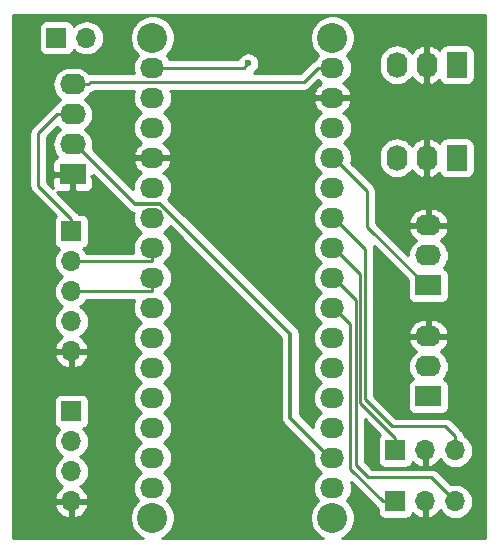
<source format=gbr>
G04 #@! TF.GenerationSoftware,KiCad,Pcbnew,(5.1.4-0-10_14)*
G04 #@! TF.CreationDate,2019-10-29T08:39:25+01:00*
G04 #@! TF.ProjectId,DDI_shield,4444495f-7368-4696-956c-642e6b696361,-*
G04 #@! TF.SameCoordinates,Original*
G04 #@! TF.FileFunction,Copper,L1,Top*
G04 #@! TF.FilePolarity,Positive*
%FSLAX46Y46*%
G04 Gerber Fmt 4.6, Leading zero omitted, Abs format (unit mm)*
G04 Created by KiCad (PCBNEW (5.1.4-0-10_14)) date 2019-10-29 08:39:25*
%MOMM*%
%LPD*%
G04 APERTURE LIST*
%ADD10R,1.700000X1.700000*%
%ADD11O,1.700000X1.700000*%
%ADD12O,2.032000X1.727200*%
%ADD13C,2.540000*%
%ADD14R,2.200000X1.740000*%
%ADD15O,2.200000X1.740000*%
%ADD16R,1.740000X2.200000*%
%ADD17O,1.740000X2.200000*%
%ADD18C,0.600000*%
%ADD19C,0.228600*%
%ADD20C,0.304800*%
%ADD21C,0.254000*%
G04 APERTURE END LIST*
D10*
X132588000Y-100330000D03*
D11*
X132588000Y-102870000D03*
X132588000Y-105410000D03*
X132588000Y-107950000D03*
D10*
X131318000Y-68707000D03*
D11*
X133858000Y-68707000D03*
D12*
X139446000Y-71247000D03*
X139446000Y-73787000D03*
X139446000Y-76327000D03*
X139446000Y-78867000D03*
X139446000Y-81407000D03*
X139446000Y-83947000D03*
X139446000Y-86487000D03*
X139446000Y-89027000D03*
X139446000Y-91567000D03*
X139446000Y-94107000D03*
X139446000Y-96647000D03*
X139446000Y-99187000D03*
X139446000Y-101727000D03*
X139446000Y-104267000D03*
X139446000Y-106807000D03*
X154686000Y-71247000D03*
X154686000Y-73787000D03*
X154686000Y-76327000D03*
X154686000Y-78867000D03*
X154686000Y-81407000D03*
X154686000Y-83947000D03*
X154686000Y-86487000D03*
X154686000Y-89027000D03*
X154686000Y-91567000D03*
X154686000Y-94107000D03*
X154686000Y-96647000D03*
X154686000Y-99187000D03*
X154686000Y-101727000D03*
X154686000Y-104267000D03*
X154686000Y-106807000D03*
D13*
X139446000Y-68707000D03*
X139446000Y-109347000D03*
X154686000Y-109347000D03*
X154686000Y-68707000D03*
D10*
X132588000Y-85090000D03*
D11*
X132588000Y-87630000D03*
X132588000Y-90170000D03*
X132588000Y-92710000D03*
X132588000Y-95250000D03*
D14*
X132715000Y-80264000D03*
D15*
X132715000Y-77724000D03*
X132715000Y-75184000D03*
X132715000Y-72644000D03*
D16*
X165227000Y-70993000D03*
D17*
X162687000Y-70993000D03*
X160147000Y-70993000D03*
X160147000Y-78867000D03*
X162687000Y-78867000D03*
D16*
X165227000Y-78867000D03*
D14*
X162814000Y-99060000D03*
D15*
X162814000Y-96520000D03*
X162814000Y-93980000D03*
X162814000Y-84582000D03*
X162814000Y-87122000D03*
D14*
X162814000Y-89662000D03*
D10*
X160020000Y-107950000D03*
D11*
X162560000Y-107950000D03*
X165100000Y-107950000D03*
X165100000Y-103632000D03*
X162560000Y-103632000D03*
D10*
X160020000Y-103632000D03*
D18*
X147574000Y-70866000D03*
X146558000Y-97790000D03*
X148844000Y-97790000D03*
X149860000Y-88900000D03*
D19*
X139446000Y-71247000D02*
X147193000Y-71247000D01*
X147193000Y-71247000D02*
X147574000Y-70866000D01*
X148419736Y-97790000D02*
X146558000Y-97790000D01*
X148844000Y-97790000D02*
X148419736Y-97790000D01*
X162584000Y-89662000D02*
X157607000Y-84685000D01*
X162814000Y-89662000D02*
X162584000Y-89662000D01*
X154838400Y-78867000D02*
X154686000Y-78867000D01*
X157607000Y-81635600D02*
X154838400Y-78867000D01*
X157607000Y-84685000D02*
X157607000Y-81635600D01*
X131386400Y-75184000D02*
X129794000Y-76776400D01*
X132715000Y-75184000D02*
X131386400Y-75184000D01*
X129794000Y-76776400D02*
X129794000Y-81217400D01*
X132588000Y-84011400D02*
X132588000Y-85090000D01*
X129794000Y-81217400D02*
X132588000Y-84011400D01*
D20*
X154533600Y-104267000D02*
X154686000Y-104267000D01*
X132945000Y-77724000D02*
X137948790Y-82727790D01*
X132715000Y-77724000D02*
X132945000Y-77724000D01*
X137948790Y-82727790D02*
X140103413Y-82727790D01*
X140103413Y-82727790D02*
X151130000Y-93754377D01*
X151130000Y-93754377D02*
X151130000Y-100863400D01*
X151130000Y-100863400D02*
X154533600Y-104267000D01*
D19*
X153441400Y-71247000D02*
X154686000Y-71247000D01*
X152260290Y-72428110D02*
X153441400Y-71247000D01*
X134259490Y-72428110D02*
X152260290Y-72428110D01*
X134043600Y-72644000D02*
X134259490Y-72428110D01*
X132715000Y-72644000D02*
X134043600Y-72644000D01*
X139446000Y-87579200D02*
X139446000Y-86487000D01*
X139395200Y-87630000D02*
X139446000Y-87579200D01*
X132588000Y-87630000D02*
X139395200Y-87630000D01*
X139446000Y-90119200D02*
X139446000Y-89027000D01*
X139395200Y-90170000D02*
X139446000Y-90119200D01*
X132588000Y-90170000D02*
X139395200Y-90170000D01*
X154686000Y-81407000D02*
X154838400Y-81407000D01*
X158941400Y-107950000D02*
X156210000Y-105218600D01*
X160020000Y-107950000D02*
X158941400Y-107950000D01*
X154838400Y-91567000D02*
X154686000Y-91567000D01*
X156210000Y-92938600D02*
X154838400Y-91567000D01*
X156210000Y-105218600D02*
X156210000Y-92938600D01*
X157734000Y-105918000D02*
X156667178Y-104851178D01*
X154838400Y-89027000D02*
X154686000Y-89027000D01*
X156667178Y-104851178D02*
X156667178Y-90855778D01*
X163068000Y-105918000D02*
X157734000Y-105918000D01*
X156667178Y-90855778D02*
X154838400Y-89027000D01*
X165100000Y-107950000D02*
X163068000Y-105918000D01*
X165100000Y-102429919D02*
X164270081Y-101600000D01*
X165100000Y-103632000D02*
X165100000Y-102429919D01*
X164270081Y-101600000D02*
X159766000Y-101600000D01*
X159766000Y-101600000D02*
X157480000Y-99314000D01*
X154838400Y-83947000D02*
X154686000Y-83947000D01*
X157480000Y-86588600D02*
X154838400Y-83947000D01*
X157480000Y-99314000D02*
X157480000Y-86588600D01*
X160020000Y-103632000D02*
X160020000Y-102553400D01*
X157073589Y-99606989D02*
X157073589Y-88722189D01*
X157073589Y-88722189D02*
X154838400Y-86487000D01*
X160020000Y-102553400D02*
X157073589Y-99606989D01*
X154838400Y-86487000D02*
X154686000Y-86487000D01*
D21*
G36*
X167590001Y-111075000D02*
G01*
X155492243Y-111075000D01*
X155588356Y-111035189D01*
X155900366Y-110826710D01*
X156165710Y-110561366D01*
X156374189Y-110249356D01*
X156517791Y-109902668D01*
X156591000Y-109534626D01*
X156591000Y-109159374D01*
X156517791Y-108791332D01*
X156374189Y-108444644D01*
X156165710Y-108132634D01*
X155903952Y-107870876D01*
X156090469Y-107643606D01*
X156229625Y-107383264D01*
X156315316Y-107100777D01*
X156344251Y-106807000D01*
X156315316Y-106513223D01*
X156258868Y-106327137D01*
X158385541Y-108453811D01*
X158409002Y-108482398D01*
X158437588Y-108505858D01*
X158437590Y-108505860D01*
X158523096Y-108576034D01*
X158531928Y-108580755D01*
X158531928Y-108800000D01*
X158544188Y-108924482D01*
X158580498Y-109044180D01*
X158639463Y-109154494D01*
X158718815Y-109251185D01*
X158815506Y-109330537D01*
X158925820Y-109389502D01*
X159045518Y-109425812D01*
X159170000Y-109438072D01*
X160870000Y-109438072D01*
X160994482Y-109425812D01*
X161114180Y-109389502D01*
X161224494Y-109330537D01*
X161321185Y-109251185D01*
X161400537Y-109154494D01*
X161459502Y-109044180D01*
X161483966Y-108963534D01*
X161559731Y-109047588D01*
X161793080Y-109221641D01*
X162055901Y-109346825D01*
X162203110Y-109391476D01*
X162433000Y-109270155D01*
X162433000Y-108077000D01*
X162413000Y-108077000D01*
X162413000Y-107823000D01*
X162433000Y-107823000D01*
X162433000Y-107803000D01*
X162687000Y-107803000D01*
X162687000Y-107823000D01*
X162707000Y-107823000D01*
X162707000Y-108077000D01*
X162687000Y-108077000D01*
X162687000Y-109270155D01*
X162916890Y-109391476D01*
X163064099Y-109346825D01*
X163326920Y-109221641D01*
X163560269Y-109047588D01*
X163755178Y-108831355D01*
X163824799Y-108714477D01*
X163859294Y-108779014D01*
X164044866Y-109005134D01*
X164270986Y-109190706D01*
X164528966Y-109328599D01*
X164808889Y-109413513D01*
X165027050Y-109435000D01*
X165172950Y-109435000D01*
X165391111Y-109413513D01*
X165671034Y-109328599D01*
X165929014Y-109190706D01*
X166155134Y-109005134D01*
X166340706Y-108779014D01*
X166478599Y-108521034D01*
X166563513Y-108241111D01*
X166592185Y-107950000D01*
X166563513Y-107658889D01*
X166478599Y-107378966D01*
X166340706Y-107120986D01*
X166155134Y-106894866D01*
X165929014Y-106709294D01*
X165671034Y-106571401D01*
X165391111Y-106486487D01*
X165172950Y-106465000D01*
X165027050Y-106465000D01*
X164808889Y-106486487D01*
X164722394Y-106512725D01*
X163623863Y-105414194D01*
X163600398Y-105385602D01*
X163486303Y-105291966D01*
X163356132Y-105222388D01*
X163214888Y-105179542D01*
X163104806Y-105168700D01*
X163104795Y-105168700D01*
X163068000Y-105165076D01*
X163031205Y-105168700D01*
X158044370Y-105168700D01*
X157416478Y-104540809D01*
X157416478Y-101009547D01*
X158729212Y-102322282D01*
X158718815Y-102330815D01*
X158639463Y-102427506D01*
X158580498Y-102537820D01*
X158544188Y-102657518D01*
X158531928Y-102782000D01*
X158531928Y-104482000D01*
X158544188Y-104606482D01*
X158580498Y-104726180D01*
X158639463Y-104836494D01*
X158718815Y-104933185D01*
X158815506Y-105012537D01*
X158925820Y-105071502D01*
X159045518Y-105107812D01*
X159170000Y-105120072D01*
X160870000Y-105120072D01*
X160994482Y-105107812D01*
X161114180Y-105071502D01*
X161224494Y-105012537D01*
X161321185Y-104933185D01*
X161400537Y-104836494D01*
X161459502Y-104726180D01*
X161483966Y-104645534D01*
X161559731Y-104729588D01*
X161793080Y-104903641D01*
X162055901Y-105028825D01*
X162203110Y-105073476D01*
X162433000Y-104952155D01*
X162433000Y-103759000D01*
X162413000Y-103759000D01*
X162413000Y-103505000D01*
X162433000Y-103505000D01*
X162433000Y-103485000D01*
X162687000Y-103485000D01*
X162687000Y-103505000D01*
X162707000Y-103505000D01*
X162707000Y-103759000D01*
X162687000Y-103759000D01*
X162687000Y-104952155D01*
X162916890Y-105073476D01*
X163064099Y-105028825D01*
X163326920Y-104903641D01*
X163560269Y-104729588D01*
X163755178Y-104513355D01*
X163824799Y-104396477D01*
X163859294Y-104461014D01*
X164044866Y-104687134D01*
X164270986Y-104872706D01*
X164528966Y-105010599D01*
X164808889Y-105095513D01*
X165027050Y-105117000D01*
X165172950Y-105117000D01*
X165391111Y-105095513D01*
X165671034Y-105010599D01*
X165929014Y-104872706D01*
X166155134Y-104687134D01*
X166340706Y-104461014D01*
X166478599Y-104203034D01*
X166563513Y-103923111D01*
X166592185Y-103632000D01*
X166563513Y-103340889D01*
X166478599Y-103060966D01*
X166340706Y-102802986D01*
X166155134Y-102576866D01*
X165929014Y-102391294D01*
X165844681Y-102346217D01*
X165838458Y-102283031D01*
X165795612Y-102141787D01*
X165726034Y-102011616D01*
X165655861Y-101926109D01*
X165655854Y-101926102D01*
X165632398Y-101897521D01*
X165603816Y-101874065D01*
X164825944Y-101096193D01*
X164802479Y-101067602D01*
X164688384Y-100973966D01*
X164558213Y-100904388D01*
X164416969Y-100861542D01*
X164306887Y-100850700D01*
X164306876Y-100850700D01*
X164270081Y-100847076D01*
X164233286Y-100850700D01*
X160076370Y-100850700D01*
X158229300Y-99003631D01*
X158229300Y-96520000D01*
X161071718Y-96520000D01*
X161100776Y-96815032D01*
X161186834Y-97098725D01*
X161326583Y-97360179D01*
X161513047Y-97587385D01*
X161469820Y-97600498D01*
X161359506Y-97659463D01*
X161262815Y-97738815D01*
X161183463Y-97835506D01*
X161124498Y-97945820D01*
X161088188Y-98065518D01*
X161075928Y-98190000D01*
X161075928Y-99930000D01*
X161088188Y-100054482D01*
X161124498Y-100174180D01*
X161183463Y-100284494D01*
X161262815Y-100381185D01*
X161359506Y-100460537D01*
X161469820Y-100519502D01*
X161589518Y-100555812D01*
X161714000Y-100568072D01*
X163914000Y-100568072D01*
X164038482Y-100555812D01*
X164158180Y-100519502D01*
X164268494Y-100460537D01*
X164365185Y-100381185D01*
X164444537Y-100284494D01*
X164503502Y-100174180D01*
X164539812Y-100054482D01*
X164552072Y-99930000D01*
X164552072Y-98190000D01*
X164539812Y-98065518D01*
X164503502Y-97945820D01*
X164444537Y-97835506D01*
X164365185Y-97738815D01*
X164268494Y-97659463D01*
X164158180Y-97600498D01*
X164114953Y-97587385D01*
X164301417Y-97360179D01*
X164441166Y-97098725D01*
X164527224Y-96815032D01*
X164556282Y-96520000D01*
X164527224Y-96224968D01*
X164441166Y-95941275D01*
X164301417Y-95679821D01*
X164113345Y-95450655D01*
X163884179Y-95262583D01*
X163856331Y-95247698D01*
X163992903Y-95158256D01*
X164204536Y-94950494D01*
X164371571Y-94705437D01*
X164487588Y-94432502D01*
X164505302Y-94340031D01*
X164384246Y-94107000D01*
X162941000Y-94107000D01*
X162941000Y-94127000D01*
X162687000Y-94127000D01*
X162687000Y-94107000D01*
X161243754Y-94107000D01*
X161122698Y-94340031D01*
X161140412Y-94432502D01*
X161256429Y-94705437D01*
X161423464Y-94950494D01*
X161635097Y-95158256D01*
X161771669Y-95247698D01*
X161743821Y-95262583D01*
X161514655Y-95450655D01*
X161326583Y-95679821D01*
X161186834Y-95941275D01*
X161100776Y-96224968D01*
X161071718Y-96520000D01*
X158229300Y-96520000D01*
X158229300Y-93619969D01*
X161122698Y-93619969D01*
X161243754Y-93853000D01*
X162687000Y-93853000D01*
X162687000Y-92629414D01*
X162941000Y-92629414D01*
X162941000Y-93853000D01*
X164384246Y-93853000D01*
X164505302Y-93619969D01*
X164487588Y-93527498D01*
X164371571Y-93254563D01*
X164204536Y-93009506D01*
X163992903Y-92801744D01*
X163744804Y-92639262D01*
X163469773Y-92528304D01*
X163178380Y-92473134D01*
X162941000Y-92629414D01*
X162687000Y-92629414D01*
X162449620Y-92473134D01*
X162158227Y-92528304D01*
X161883196Y-92639262D01*
X161635097Y-92801744D01*
X161423464Y-93009506D01*
X161256429Y-93254563D01*
X161140412Y-93527498D01*
X161122698Y-93619969D01*
X158229300Y-93619969D01*
X158229300Y-86625398D01*
X158232924Y-86588600D01*
X158229300Y-86551802D01*
X158229300Y-86551794D01*
X158218458Y-86441712D01*
X158181191Y-86318861D01*
X161075928Y-89213598D01*
X161075928Y-90532000D01*
X161088188Y-90656482D01*
X161124498Y-90776180D01*
X161183463Y-90886494D01*
X161262815Y-90983185D01*
X161359506Y-91062537D01*
X161469820Y-91121502D01*
X161589518Y-91157812D01*
X161714000Y-91170072D01*
X163914000Y-91170072D01*
X164038482Y-91157812D01*
X164158180Y-91121502D01*
X164268494Y-91062537D01*
X164365185Y-90983185D01*
X164444537Y-90886494D01*
X164503502Y-90776180D01*
X164539812Y-90656482D01*
X164552072Y-90532000D01*
X164552072Y-88792000D01*
X164539812Y-88667518D01*
X164503502Y-88547820D01*
X164444537Y-88437506D01*
X164365185Y-88340815D01*
X164268494Y-88261463D01*
X164158180Y-88202498D01*
X164114953Y-88189385D01*
X164301417Y-87962179D01*
X164441166Y-87700725D01*
X164527224Y-87417032D01*
X164556282Y-87122000D01*
X164527224Y-86826968D01*
X164441166Y-86543275D01*
X164301417Y-86281821D01*
X164113345Y-86052655D01*
X163884179Y-85864583D01*
X163856331Y-85849698D01*
X163992903Y-85760256D01*
X164204536Y-85552494D01*
X164371571Y-85307437D01*
X164487588Y-85034502D01*
X164505302Y-84942031D01*
X164384246Y-84709000D01*
X162941000Y-84709000D01*
X162941000Y-84729000D01*
X162687000Y-84729000D01*
X162687000Y-84709000D01*
X161243754Y-84709000D01*
X161122698Y-84942031D01*
X161140412Y-85034502D01*
X161256429Y-85307437D01*
X161423464Y-85552494D01*
X161635097Y-85760256D01*
X161771669Y-85849698D01*
X161743821Y-85864583D01*
X161514655Y-86052655D01*
X161326583Y-86281821D01*
X161186834Y-86543275D01*
X161100776Y-86826968D01*
X161074583Y-87092913D01*
X158356300Y-84374631D01*
X158356300Y-84221969D01*
X161122698Y-84221969D01*
X161243754Y-84455000D01*
X162687000Y-84455000D01*
X162687000Y-83231414D01*
X162941000Y-83231414D01*
X162941000Y-84455000D01*
X164384246Y-84455000D01*
X164505302Y-84221969D01*
X164487588Y-84129498D01*
X164371571Y-83856563D01*
X164204536Y-83611506D01*
X163992903Y-83403744D01*
X163744804Y-83241262D01*
X163469773Y-83130304D01*
X163178380Y-83075134D01*
X162941000Y-83231414D01*
X162687000Y-83231414D01*
X162449620Y-83075134D01*
X162158227Y-83130304D01*
X161883196Y-83241262D01*
X161635097Y-83403744D01*
X161423464Y-83611506D01*
X161256429Y-83856563D01*
X161140412Y-84129498D01*
X161122698Y-84221969D01*
X158356300Y-84221969D01*
X158356300Y-81672398D01*
X158359924Y-81635600D01*
X158356300Y-81598802D01*
X158356300Y-81598794D01*
X158345458Y-81488712D01*
X158302612Y-81347468D01*
X158233034Y-81217297D01*
X158162861Y-81131790D01*
X158162854Y-81131783D01*
X158139398Y-81103202D01*
X158110817Y-81079746D01*
X156286579Y-79255510D01*
X156315316Y-79160777D01*
X156344251Y-78867000D01*
X156315316Y-78573223D01*
X156312235Y-78563064D01*
X158642000Y-78563064D01*
X158642000Y-79170935D01*
X158663776Y-79392031D01*
X158749834Y-79675724D01*
X158889583Y-79937178D01*
X159077655Y-80166345D01*
X159306821Y-80354417D01*
X159568275Y-80494166D01*
X159851968Y-80580224D01*
X160147000Y-80609282D01*
X160442031Y-80580224D01*
X160725724Y-80494166D01*
X160987178Y-80354417D01*
X161216345Y-80166345D01*
X161404417Y-79937179D01*
X161419302Y-79909331D01*
X161508744Y-80045903D01*
X161716506Y-80257536D01*
X161961563Y-80424571D01*
X162234498Y-80540588D01*
X162326969Y-80558302D01*
X162560000Y-80437246D01*
X162560000Y-78994000D01*
X162540000Y-78994000D01*
X162540000Y-78740000D01*
X162560000Y-78740000D01*
X162560000Y-77296754D01*
X162814000Y-77296754D01*
X162814000Y-78740000D01*
X162834000Y-78740000D01*
X162834000Y-78994000D01*
X162814000Y-78994000D01*
X162814000Y-80437246D01*
X163047031Y-80558302D01*
X163139502Y-80540588D01*
X163412437Y-80424571D01*
X163657494Y-80257536D01*
X163752273Y-80160991D01*
X163767498Y-80211180D01*
X163826463Y-80321494D01*
X163905815Y-80418185D01*
X164002506Y-80497537D01*
X164112820Y-80556502D01*
X164232518Y-80592812D01*
X164357000Y-80605072D01*
X166097000Y-80605072D01*
X166221482Y-80592812D01*
X166341180Y-80556502D01*
X166451494Y-80497537D01*
X166548185Y-80418185D01*
X166627537Y-80321494D01*
X166686502Y-80211180D01*
X166722812Y-80091482D01*
X166735072Y-79967000D01*
X166735072Y-77767000D01*
X166722812Y-77642518D01*
X166686502Y-77522820D01*
X166627537Y-77412506D01*
X166548185Y-77315815D01*
X166451494Y-77236463D01*
X166341180Y-77177498D01*
X166221482Y-77141188D01*
X166097000Y-77128928D01*
X164357000Y-77128928D01*
X164232518Y-77141188D01*
X164112820Y-77177498D01*
X164002506Y-77236463D01*
X163905815Y-77315815D01*
X163826463Y-77412506D01*
X163767498Y-77522820D01*
X163752273Y-77573009D01*
X163657494Y-77476464D01*
X163412437Y-77309429D01*
X163139502Y-77193412D01*
X163047031Y-77175698D01*
X162814000Y-77296754D01*
X162560000Y-77296754D01*
X162326969Y-77175698D01*
X162234498Y-77193412D01*
X161961563Y-77309429D01*
X161716506Y-77476464D01*
X161508744Y-77688097D01*
X161419302Y-77824669D01*
X161404417Y-77796821D01*
X161216345Y-77567655D01*
X160987179Y-77379583D01*
X160725725Y-77239834D01*
X160442032Y-77153776D01*
X160147000Y-77124718D01*
X159851969Y-77153776D01*
X159568276Y-77239834D01*
X159306822Y-77379583D01*
X159077655Y-77567655D01*
X158889583Y-77796821D01*
X158749834Y-78058275D01*
X158663776Y-78341968D01*
X158642000Y-78563064D01*
X156312235Y-78563064D01*
X156229625Y-78290736D01*
X156090469Y-78030394D01*
X155903197Y-77802203D01*
X155675006Y-77614931D01*
X155641460Y-77597000D01*
X155675006Y-77579069D01*
X155903197Y-77391797D01*
X156090469Y-77163606D01*
X156229625Y-76903264D01*
X156315316Y-76620777D01*
X156344251Y-76327000D01*
X156315316Y-76033223D01*
X156229625Y-75750736D01*
X156090469Y-75490394D01*
X155903197Y-75262203D01*
X155675006Y-75074931D01*
X155635053Y-75053576D01*
X155837729Y-74905486D01*
X156036733Y-74689035D01*
X156189686Y-74437919D01*
X156290709Y-74161789D01*
X156293358Y-74146026D01*
X156172217Y-73914000D01*
X154813000Y-73914000D01*
X154813000Y-73934000D01*
X154559000Y-73934000D01*
X154559000Y-73914000D01*
X153199783Y-73914000D01*
X153078642Y-74146026D01*
X153081291Y-74161789D01*
X153182314Y-74437919D01*
X153335267Y-74689035D01*
X153534271Y-74905486D01*
X153736947Y-75053576D01*
X153696994Y-75074931D01*
X153468803Y-75262203D01*
X153281531Y-75490394D01*
X153142375Y-75750736D01*
X153056684Y-76033223D01*
X153027749Y-76327000D01*
X153056684Y-76620777D01*
X153142375Y-76903264D01*
X153281531Y-77163606D01*
X153468803Y-77391797D01*
X153696994Y-77579069D01*
X153730540Y-77597000D01*
X153696994Y-77614931D01*
X153468803Y-77802203D01*
X153281531Y-78030394D01*
X153142375Y-78290736D01*
X153056684Y-78573223D01*
X153027749Y-78867000D01*
X153056684Y-79160777D01*
X153142375Y-79443264D01*
X153281531Y-79703606D01*
X153468803Y-79931797D01*
X153696994Y-80119069D01*
X153730540Y-80137000D01*
X153696994Y-80154931D01*
X153468803Y-80342203D01*
X153281531Y-80570394D01*
X153142375Y-80830736D01*
X153056684Y-81113223D01*
X153027749Y-81407000D01*
X153056684Y-81700777D01*
X153142375Y-81983264D01*
X153281531Y-82243606D01*
X153468803Y-82471797D01*
X153696994Y-82659069D01*
X153730540Y-82677000D01*
X153696994Y-82694931D01*
X153468803Y-82882203D01*
X153281531Y-83110394D01*
X153142375Y-83370736D01*
X153056684Y-83653223D01*
X153027749Y-83947000D01*
X153056684Y-84240777D01*
X153142375Y-84523264D01*
X153281531Y-84783606D01*
X153468803Y-85011797D01*
X153696994Y-85199069D01*
X153730540Y-85217000D01*
X153696994Y-85234931D01*
X153468803Y-85422203D01*
X153281531Y-85650394D01*
X153142375Y-85910736D01*
X153056684Y-86193223D01*
X153027749Y-86487000D01*
X153056684Y-86780777D01*
X153142375Y-87063264D01*
X153281531Y-87323606D01*
X153468803Y-87551797D01*
X153696994Y-87739069D01*
X153730540Y-87757000D01*
X153696994Y-87774931D01*
X153468803Y-87962203D01*
X153281531Y-88190394D01*
X153142375Y-88450736D01*
X153056684Y-88733223D01*
X153027749Y-89027000D01*
X153056684Y-89320777D01*
X153142375Y-89603264D01*
X153281531Y-89863606D01*
X153468803Y-90091797D01*
X153696994Y-90279069D01*
X153730540Y-90297000D01*
X153696994Y-90314931D01*
X153468803Y-90502203D01*
X153281531Y-90730394D01*
X153142375Y-90990736D01*
X153056684Y-91273223D01*
X153027749Y-91567000D01*
X153056684Y-91860777D01*
X153142375Y-92143264D01*
X153281531Y-92403606D01*
X153468803Y-92631797D01*
X153696994Y-92819069D01*
X153730540Y-92837000D01*
X153696994Y-92854931D01*
X153468803Y-93042203D01*
X153281531Y-93270394D01*
X153142375Y-93530736D01*
X153056684Y-93813223D01*
X153027749Y-94107000D01*
X153056684Y-94400777D01*
X153142375Y-94683264D01*
X153281531Y-94943606D01*
X153468803Y-95171797D01*
X153696994Y-95359069D01*
X153730540Y-95377000D01*
X153696994Y-95394931D01*
X153468803Y-95582203D01*
X153281531Y-95810394D01*
X153142375Y-96070736D01*
X153056684Y-96353223D01*
X153027749Y-96647000D01*
X153056684Y-96940777D01*
X153142375Y-97223264D01*
X153281531Y-97483606D01*
X153468803Y-97711797D01*
X153696994Y-97899069D01*
X153730540Y-97917000D01*
X153696994Y-97934931D01*
X153468803Y-98122203D01*
X153281531Y-98350394D01*
X153142375Y-98610736D01*
X153056684Y-98893223D01*
X153027749Y-99187000D01*
X153056684Y-99480777D01*
X153142375Y-99763264D01*
X153281531Y-100023606D01*
X153468803Y-100251797D01*
X153696994Y-100439069D01*
X153730540Y-100457000D01*
X153696994Y-100474931D01*
X153468803Y-100662203D01*
X153281531Y-100890394D01*
X153142375Y-101150736D01*
X153056684Y-101433223D01*
X153034868Y-101654718D01*
X151917400Y-100537250D01*
X151917400Y-93793040D01*
X151921208Y-93754377D01*
X151917400Y-93715714D01*
X151917400Y-93715704D01*
X151906006Y-93600020D01*
X151860982Y-93451594D01*
X151787867Y-93314806D01*
X151787866Y-93314804D01*
X151714121Y-93224947D01*
X151689469Y-93194908D01*
X151659429Y-93170255D01*
X140797420Y-82308247D01*
X140850469Y-82243606D01*
X140989625Y-81983264D01*
X141075316Y-81700777D01*
X141104251Y-81407000D01*
X141075316Y-81113223D01*
X140989625Y-80830736D01*
X140850469Y-80570394D01*
X140663197Y-80342203D01*
X140435006Y-80154931D01*
X140395053Y-80133576D01*
X140597729Y-79985486D01*
X140796733Y-79769035D01*
X140949686Y-79517919D01*
X141050709Y-79241789D01*
X141053358Y-79226026D01*
X140932217Y-78994000D01*
X139573000Y-78994000D01*
X139573000Y-79014000D01*
X139319000Y-79014000D01*
X139319000Y-78994000D01*
X137959783Y-78994000D01*
X137838642Y-79226026D01*
X137841291Y-79241789D01*
X137942314Y-79517919D01*
X138095267Y-79769035D01*
X138294271Y-79985486D01*
X138496947Y-80133576D01*
X138456994Y-80154931D01*
X138228803Y-80342203D01*
X138041531Y-80570394D01*
X137902375Y-80830736D01*
X137816684Y-81113223D01*
X137787749Y-81407000D01*
X137792796Y-81458245D01*
X134410851Y-78076301D01*
X134428224Y-78019032D01*
X134457282Y-77724000D01*
X134428224Y-77428968D01*
X134342166Y-77145275D01*
X134202417Y-76883821D01*
X134014345Y-76654655D01*
X133785179Y-76466583D01*
X133761638Y-76454000D01*
X133785179Y-76441417D01*
X134014345Y-76253345D01*
X134202417Y-76024179D01*
X134342166Y-75762725D01*
X134428224Y-75479032D01*
X134457282Y-75184000D01*
X134428224Y-74888968D01*
X134342166Y-74605275D01*
X134202417Y-74343821D01*
X134014345Y-74114655D01*
X133785179Y-73926583D01*
X133761638Y-73914000D01*
X133785179Y-73901417D01*
X134014345Y-73713345D01*
X134202417Y-73484179D01*
X134269618Y-73358454D01*
X134331732Y-73339612D01*
X134461903Y-73270034D01*
X134574765Y-73177410D01*
X137920188Y-73177410D01*
X137902375Y-73210736D01*
X137816684Y-73493223D01*
X137787749Y-73787000D01*
X137816684Y-74080777D01*
X137902375Y-74363264D01*
X138041531Y-74623606D01*
X138228803Y-74851797D01*
X138456994Y-75039069D01*
X138490540Y-75057000D01*
X138456994Y-75074931D01*
X138228803Y-75262203D01*
X138041531Y-75490394D01*
X137902375Y-75750736D01*
X137816684Y-76033223D01*
X137787749Y-76327000D01*
X137816684Y-76620777D01*
X137902375Y-76903264D01*
X138041531Y-77163606D01*
X138228803Y-77391797D01*
X138456994Y-77579069D01*
X138496947Y-77600424D01*
X138294271Y-77748514D01*
X138095267Y-77964965D01*
X137942314Y-78216081D01*
X137841291Y-78492211D01*
X137838642Y-78507974D01*
X137959783Y-78740000D01*
X139319000Y-78740000D01*
X139319000Y-78720000D01*
X139573000Y-78720000D01*
X139573000Y-78740000D01*
X140932217Y-78740000D01*
X141053358Y-78507974D01*
X141050709Y-78492211D01*
X140949686Y-78216081D01*
X140796733Y-77964965D01*
X140597729Y-77748514D01*
X140395053Y-77600424D01*
X140435006Y-77579069D01*
X140663197Y-77391797D01*
X140850469Y-77163606D01*
X140989625Y-76903264D01*
X141075316Y-76620777D01*
X141104251Y-76327000D01*
X141075316Y-76033223D01*
X140989625Y-75750736D01*
X140850469Y-75490394D01*
X140663197Y-75262203D01*
X140435006Y-75074931D01*
X140401460Y-75057000D01*
X140435006Y-75039069D01*
X140663197Y-74851797D01*
X140850469Y-74623606D01*
X140989625Y-74363264D01*
X141075316Y-74080777D01*
X141104251Y-73787000D01*
X141075316Y-73493223D01*
X140989625Y-73210736D01*
X140971812Y-73177410D01*
X152223495Y-73177410D01*
X152260290Y-73181034D01*
X152297085Y-73177410D01*
X152297096Y-73177410D01*
X152407178Y-73166568D01*
X152548422Y-73123722D01*
X152678593Y-73054144D01*
X152792688Y-72960508D01*
X152816153Y-72931916D01*
X153454140Y-72293930D01*
X153468803Y-72311797D01*
X153696994Y-72499069D01*
X153736947Y-72520424D01*
X153534271Y-72668514D01*
X153335267Y-72884965D01*
X153182314Y-73136081D01*
X153081291Y-73412211D01*
X153078642Y-73427974D01*
X153199783Y-73660000D01*
X154559000Y-73660000D01*
X154559000Y-73640000D01*
X154813000Y-73640000D01*
X154813000Y-73660000D01*
X156172217Y-73660000D01*
X156293358Y-73427974D01*
X156290709Y-73412211D01*
X156189686Y-73136081D01*
X156036733Y-72884965D01*
X155837729Y-72668514D01*
X155635053Y-72520424D01*
X155675006Y-72499069D01*
X155903197Y-72311797D01*
X156090469Y-72083606D01*
X156229625Y-71823264D01*
X156315316Y-71540777D01*
X156344251Y-71247000D01*
X156315316Y-70953223D01*
X156235185Y-70689064D01*
X158642000Y-70689064D01*
X158642000Y-71296935D01*
X158663776Y-71518031D01*
X158749834Y-71801724D01*
X158889583Y-72063178D01*
X159077655Y-72292345D01*
X159306821Y-72480417D01*
X159568275Y-72620166D01*
X159851968Y-72706224D01*
X160147000Y-72735282D01*
X160442031Y-72706224D01*
X160725724Y-72620166D01*
X160987178Y-72480417D01*
X161216345Y-72292345D01*
X161404417Y-72063179D01*
X161419302Y-72035331D01*
X161508744Y-72171903D01*
X161716506Y-72383536D01*
X161961563Y-72550571D01*
X162234498Y-72666588D01*
X162326969Y-72684302D01*
X162560000Y-72563246D01*
X162560000Y-71120000D01*
X162540000Y-71120000D01*
X162540000Y-70866000D01*
X162560000Y-70866000D01*
X162560000Y-69422754D01*
X162814000Y-69422754D01*
X162814000Y-70866000D01*
X162834000Y-70866000D01*
X162834000Y-71120000D01*
X162814000Y-71120000D01*
X162814000Y-72563246D01*
X163047031Y-72684302D01*
X163139502Y-72666588D01*
X163412437Y-72550571D01*
X163657494Y-72383536D01*
X163752273Y-72286991D01*
X163767498Y-72337180D01*
X163826463Y-72447494D01*
X163905815Y-72544185D01*
X164002506Y-72623537D01*
X164112820Y-72682502D01*
X164232518Y-72718812D01*
X164357000Y-72731072D01*
X166097000Y-72731072D01*
X166221482Y-72718812D01*
X166341180Y-72682502D01*
X166451494Y-72623537D01*
X166548185Y-72544185D01*
X166627537Y-72447494D01*
X166686502Y-72337180D01*
X166722812Y-72217482D01*
X166735072Y-72093000D01*
X166735072Y-69893000D01*
X166722812Y-69768518D01*
X166686502Y-69648820D01*
X166627537Y-69538506D01*
X166548185Y-69441815D01*
X166451494Y-69362463D01*
X166341180Y-69303498D01*
X166221482Y-69267188D01*
X166097000Y-69254928D01*
X164357000Y-69254928D01*
X164232518Y-69267188D01*
X164112820Y-69303498D01*
X164002506Y-69362463D01*
X163905815Y-69441815D01*
X163826463Y-69538506D01*
X163767498Y-69648820D01*
X163752273Y-69699009D01*
X163657494Y-69602464D01*
X163412437Y-69435429D01*
X163139502Y-69319412D01*
X163047031Y-69301698D01*
X162814000Y-69422754D01*
X162560000Y-69422754D01*
X162326969Y-69301698D01*
X162234498Y-69319412D01*
X161961563Y-69435429D01*
X161716506Y-69602464D01*
X161508744Y-69814097D01*
X161419302Y-69950669D01*
X161404417Y-69922821D01*
X161216345Y-69693655D01*
X160987179Y-69505583D01*
X160725725Y-69365834D01*
X160442032Y-69279776D01*
X160147000Y-69250718D01*
X159851969Y-69279776D01*
X159568276Y-69365834D01*
X159306822Y-69505583D01*
X159077655Y-69693655D01*
X158889583Y-69922821D01*
X158749834Y-70184275D01*
X158663776Y-70467968D01*
X158642000Y-70689064D01*
X156235185Y-70689064D01*
X156229625Y-70670736D01*
X156090469Y-70410394D01*
X155903952Y-70183124D01*
X156165710Y-69921366D01*
X156374189Y-69609356D01*
X156517791Y-69262668D01*
X156591000Y-68894626D01*
X156591000Y-68519374D01*
X156517791Y-68151332D01*
X156374189Y-67804644D01*
X156165710Y-67492634D01*
X155900366Y-67227290D01*
X155588356Y-67018811D01*
X155241668Y-66875209D01*
X154873626Y-66802000D01*
X154498374Y-66802000D01*
X154130332Y-66875209D01*
X153783644Y-67018811D01*
X153471634Y-67227290D01*
X153206290Y-67492634D01*
X152997811Y-67804644D01*
X152854209Y-68151332D01*
X152781000Y-68519374D01*
X152781000Y-68894626D01*
X152854209Y-69262668D01*
X152997811Y-69609356D01*
X153206290Y-69921366D01*
X153468048Y-70183124D01*
X153281531Y-70410394D01*
X153216405Y-70532235D01*
X153153268Y-70551388D01*
X153023096Y-70620966D01*
X152937590Y-70691139D01*
X152937583Y-70691146D01*
X152909002Y-70714602D01*
X152885546Y-70743183D01*
X151949921Y-71678810D01*
X148040500Y-71678810D01*
X148170028Y-71592262D01*
X148300262Y-71462028D01*
X148402586Y-71308889D01*
X148473068Y-71138729D01*
X148509000Y-70958089D01*
X148509000Y-70773911D01*
X148473068Y-70593271D01*
X148402586Y-70423111D01*
X148300262Y-70269972D01*
X148170028Y-70139738D01*
X148016889Y-70037414D01*
X147846729Y-69966932D01*
X147666089Y-69931000D01*
X147481911Y-69931000D01*
X147301271Y-69966932D01*
X147131111Y-70037414D01*
X146977972Y-70139738D01*
X146847738Y-70269972D01*
X146745414Y-70423111D01*
X146714518Y-70497700D01*
X140897135Y-70497700D01*
X140850469Y-70410394D01*
X140663952Y-70183124D01*
X140925710Y-69921366D01*
X141134189Y-69609356D01*
X141277791Y-69262668D01*
X141351000Y-68894626D01*
X141351000Y-68519374D01*
X141277791Y-68151332D01*
X141134189Y-67804644D01*
X140925710Y-67492634D01*
X140660366Y-67227290D01*
X140348356Y-67018811D01*
X140001668Y-66875209D01*
X139633626Y-66802000D01*
X139258374Y-66802000D01*
X138890332Y-66875209D01*
X138543644Y-67018811D01*
X138231634Y-67227290D01*
X137966290Y-67492634D01*
X137757811Y-67804644D01*
X137614209Y-68151332D01*
X137541000Y-68519374D01*
X137541000Y-68894626D01*
X137614209Y-69262668D01*
X137757811Y-69609356D01*
X137966290Y-69921366D01*
X138228048Y-70183124D01*
X138041531Y-70410394D01*
X137902375Y-70670736D01*
X137816684Y-70953223D01*
X137787749Y-71247000D01*
X137816684Y-71540777D01*
X137858556Y-71678810D01*
X134296288Y-71678810D01*
X134259490Y-71675186D01*
X134222692Y-71678810D01*
X134222684Y-71678810D01*
X134112602Y-71689652D01*
X134109494Y-71690595D01*
X134014345Y-71574655D01*
X133785179Y-71386583D01*
X133523725Y-71246834D01*
X133240032Y-71160776D01*
X133018936Y-71139000D01*
X132411064Y-71139000D01*
X132189968Y-71160776D01*
X131906275Y-71246834D01*
X131644821Y-71386583D01*
X131415655Y-71574655D01*
X131227583Y-71803821D01*
X131087834Y-72065275D01*
X131001776Y-72348968D01*
X130972718Y-72644000D01*
X131001776Y-72939032D01*
X131087834Y-73222725D01*
X131227583Y-73484179D01*
X131415655Y-73713345D01*
X131644821Y-73901417D01*
X131668362Y-73914000D01*
X131644821Y-73926583D01*
X131415655Y-74114655D01*
X131227583Y-74343821D01*
X131160382Y-74469546D01*
X131098268Y-74488388D01*
X130968097Y-74557966D01*
X130882590Y-74628139D01*
X130882583Y-74628146D01*
X130854002Y-74651602D01*
X130830546Y-74680183D01*
X129290194Y-76220537D01*
X129261602Y-76244002D01*
X129238140Y-76272591D01*
X129167966Y-76358097D01*
X129123431Y-76441417D01*
X129098388Y-76488269D01*
X129055542Y-76629513D01*
X129044700Y-76739595D01*
X129044700Y-76739605D01*
X129041076Y-76776400D01*
X129044700Y-76813196D01*
X129044701Y-81180595D01*
X129041076Y-81217400D01*
X129055543Y-81364287D01*
X129098388Y-81505531D01*
X129167966Y-81635703D01*
X129216739Y-81695132D01*
X129261603Y-81749798D01*
X129290189Y-81773258D01*
X131297212Y-83780282D01*
X131286815Y-83788815D01*
X131207463Y-83885506D01*
X131148498Y-83995820D01*
X131112188Y-84115518D01*
X131099928Y-84240000D01*
X131099928Y-85940000D01*
X131112188Y-86064482D01*
X131148498Y-86184180D01*
X131207463Y-86294494D01*
X131286815Y-86391185D01*
X131383506Y-86470537D01*
X131493820Y-86529502D01*
X131562687Y-86550393D01*
X131532866Y-86574866D01*
X131347294Y-86800986D01*
X131209401Y-87058966D01*
X131124487Y-87338889D01*
X131095815Y-87630000D01*
X131124487Y-87921111D01*
X131209401Y-88201034D01*
X131347294Y-88459014D01*
X131532866Y-88685134D01*
X131758986Y-88870706D01*
X131813791Y-88900000D01*
X131758986Y-88929294D01*
X131532866Y-89114866D01*
X131347294Y-89340986D01*
X131209401Y-89598966D01*
X131124487Y-89878889D01*
X131095815Y-90170000D01*
X131124487Y-90461111D01*
X131209401Y-90741034D01*
X131347294Y-90999014D01*
X131532866Y-91225134D01*
X131758986Y-91410706D01*
X131813791Y-91440000D01*
X131758986Y-91469294D01*
X131532866Y-91654866D01*
X131347294Y-91880986D01*
X131209401Y-92138966D01*
X131124487Y-92418889D01*
X131095815Y-92710000D01*
X131124487Y-93001111D01*
X131209401Y-93281034D01*
X131347294Y-93539014D01*
X131532866Y-93765134D01*
X131758986Y-93950706D01*
X131823523Y-93985201D01*
X131706645Y-94054822D01*
X131490412Y-94249731D01*
X131316359Y-94483080D01*
X131191175Y-94745901D01*
X131146524Y-94893110D01*
X131267845Y-95123000D01*
X132461000Y-95123000D01*
X132461000Y-95103000D01*
X132715000Y-95103000D01*
X132715000Y-95123000D01*
X133908155Y-95123000D01*
X134029476Y-94893110D01*
X133984825Y-94745901D01*
X133859641Y-94483080D01*
X133685588Y-94249731D01*
X133469355Y-94054822D01*
X133352477Y-93985201D01*
X133417014Y-93950706D01*
X133643134Y-93765134D01*
X133828706Y-93539014D01*
X133966599Y-93281034D01*
X134051513Y-93001111D01*
X134080185Y-92710000D01*
X134051513Y-92418889D01*
X133966599Y-92138966D01*
X133828706Y-91880986D01*
X133643134Y-91654866D01*
X133417014Y-91469294D01*
X133362209Y-91440000D01*
X133417014Y-91410706D01*
X133643134Y-91225134D01*
X133828706Y-90999014D01*
X133871314Y-90919300D01*
X137940558Y-90919300D01*
X137902375Y-90990736D01*
X137816684Y-91273223D01*
X137787749Y-91567000D01*
X137816684Y-91860777D01*
X137902375Y-92143264D01*
X138041531Y-92403606D01*
X138228803Y-92631797D01*
X138456994Y-92819069D01*
X138490540Y-92837000D01*
X138456994Y-92854931D01*
X138228803Y-93042203D01*
X138041531Y-93270394D01*
X137902375Y-93530736D01*
X137816684Y-93813223D01*
X137787749Y-94107000D01*
X137816684Y-94400777D01*
X137902375Y-94683264D01*
X138041531Y-94943606D01*
X138228803Y-95171797D01*
X138456994Y-95359069D01*
X138490540Y-95377000D01*
X138456994Y-95394931D01*
X138228803Y-95582203D01*
X138041531Y-95810394D01*
X137902375Y-96070736D01*
X137816684Y-96353223D01*
X137787749Y-96647000D01*
X137816684Y-96940777D01*
X137902375Y-97223264D01*
X138041531Y-97483606D01*
X138228803Y-97711797D01*
X138456994Y-97899069D01*
X138490540Y-97917000D01*
X138456994Y-97934931D01*
X138228803Y-98122203D01*
X138041531Y-98350394D01*
X137902375Y-98610736D01*
X137816684Y-98893223D01*
X137787749Y-99187000D01*
X137816684Y-99480777D01*
X137902375Y-99763264D01*
X138041531Y-100023606D01*
X138228803Y-100251797D01*
X138456994Y-100439069D01*
X138490540Y-100457000D01*
X138456994Y-100474931D01*
X138228803Y-100662203D01*
X138041531Y-100890394D01*
X137902375Y-101150736D01*
X137816684Y-101433223D01*
X137787749Y-101727000D01*
X137816684Y-102020777D01*
X137902375Y-102303264D01*
X138041531Y-102563606D01*
X138228803Y-102791797D01*
X138456994Y-102979069D01*
X138490540Y-102997000D01*
X138456994Y-103014931D01*
X138228803Y-103202203D01*
X138041531Y-103430394D01*
X137902375Y-103690736D01*
X137816684Y-103973223D01*
X137787749Y-104267000D01*
X137816684Y-104560777D01*
X137902375Y-104843264D01*
X138041531Y-105103606D01*
X138228803Y-105331797D01*
X138456994Y-105519069D01*
X138490540Y-105537000D01*
X138456994Y-105554931D01*
X138228803Y-105742203D01*
X138041531Y-105970394D01*
X137902375Y-106230736D01*
X137816684Y-106513223D01*
X137787749Y-106807000D01*
X137816684Y-107100777D01*
X137902375Y-107383264D01*
X138041531Y-107643606D01*
X138228048Y-107870876D01*
X137966290Y-108132634D01*
X137757811Y-108444644D01*
X137614209Y-108791332D01*
X137541000Y-109159374D01*
X137541000Y-109534626D01*
X137614209Y-109902668D01*
X137757811Y-110249356D01*
X137966290Y-110561366D01*
X138231634Y-110826710D01*
X138543644Y-111035189D01*
X138639757Y-111075000D01*
X127685000Y-111075000D01*
X127685000Y-108306890D01*
X131146524Y-108306890D01*
X131191175Y-108454099D01*
X131316359Y-108716920D01*
X131490412Y-108950269D01*
X131706645Y-109145178D01*
X131956748Y-109294157D01*
X132231109Y-109391481D01*
X132461000Y-109270814D01*
X132461000Y-108077000D01*
X132715000Y-108077000D01*
X132715000Y-109270814D01*
X132944891Y-109391481D01*
X133219252Y-109294157D01*
X133469355Y-109145178D01*
X133685588Y-108950269D01*
X133859641Y-108716920D01*
X133984825Y-108454099D01*
X134029476Y-108306890D01*
X133908155Y-108077000D01*
X132715000Y-108077000D01*
X132461000Y-108077000D01*
X131267845Y-108077000D01*
X131146524Y-108306890D01*
X127685000Y-108306890D01*
X127685000Y-102870000D01*
X131095815Y-102870000D01*
X131124487Y-103161111D01*
X131209401Y-103441034D01*
X131347294Y-103699014D01*
X131532866Y-103925134D01*
X131758986Y-104110706D01*
X131813791Y-104140000D01*
X131758986Y-104169294D01*
X131532866Y-104354866D01*
X131347294Y-104580986D01*
X131209401Y-104838966D01*
X131124487Y-105118889D01*
X131095815Y-105410000D01*
X131124487Y-105701111D01*
X131209401Y-105981034D01*
X131347294Y-106239014D01*
X131532866Y-106465134D01*
X131758986Y-106650706D01*
X131823523Y-106685201D01*
X131706645Y-106754822D01*
X131490412Y-106949731D01*
X131316359Y-107183080D01*
X131191175Y-107445901D01*
X131146524Y-107593110D01*
X131267845Y-107823000D01*
X132461000Y-107823000D01*
X132461000Y-107803000D01*
X132715000Y-107803000D01*
X132715000Y-107823000D01*
X133908155Y-107823000D01*
X134029476Y-107593110D01*
X133984825Y-107445901D01*
X133859641Y-107183080D01*
X133685588Y-106949731D01*
X133469355Y-106754822D01*
X133352477Y-106685201D01*
X133417014Y-106650706D01*
X133643134Y-106465134D01*
X133828706Y-106239014D01*
X133966599Y-105981034D01*
X134051513Y-105701111D01*
X134080185Y-105410000D01*
X134051513Y-105118889D01*
X133966599Y-104838966D01*
X133828706Y-104580986D01*
X133643134Y-104354866D01*
X133417014Y-104169294D01*
X133362209Y-104140000D01*
X133417014Y-104110706D01*
X133643134Y-103925134D01*
X133828706Y-103699014D01*
X133966599Y-103441034D01*
X134051513Y-103161111D01*
X134080185Y-102870000D01*
X134051513Y-102578889D01*
X133966599Y-102298966D01*
X133828706Y-102040986D01*
X133643134Y-101814866D01*
X133613313Y-101790393D01*
X133682180Y-101769502D01*
X133792494Y-101710537D01*
X133889185Y-101631185D01*
X133968537Y-101534494D01*
X134027502Y-101424180D01*
X134063812Y-101304482D01*
X134076072Y-101180000D01*
X134076072Y-99480000D01*
X134063812Y-99355518D01*
X134027502Y-99235820D01*
X133968537Y-99125506D01*
X133889185Y-99028815D01*
X133792494Y-98949463D01*
X133682180Y-98890498D01*
X133562482Y-98854188D01*
X133438000Y-98841928D01*
X131738000Y-98841928D01*
X131613518Y-98854188D01*
X131493820Y-98890498D01*
X131383506Y-98949463D01*
X131286815Y-99028815D01*
X131207463Y-99125506D01*
X131148498Y-99235820D01*
X131112188Y-99355518D01*
X131099928Y-99480000D01*
X131099928Y-101180000D01*
X131112188Y-101304482D01*
X131148498Y-101424180D01*
X131207463Y-101534494D01*
X131286815Y-101631185D01*
X131383506Y-101710537D01*
X131493820Y-101769502D01*
X131562687Y-101790393D01*
X131532866Y-101814866D01*
X131347294Y-102040986D01*
X131209401Y-102298966D01*
X131124487Y-102578889D01*
X131095815Y-102870000D01*
X127685000Y-102870000D01*
X127685000Y-95606890D01*
X131146524Y-95606890D01*
X131191175Y-95754099D01*
X131316359Y-96016920D01*
X131490412Y-96250269D01*
X131706645Y-96445178D01*
X131956748Y-96594157D01*
X132231109Y-96691481D01*
X132461000Y-96570814D01*
X132461000Y-95377000D01*
X132715000Y-95377000D01*
X132715000Y-96570814D01*
X132944891Y-96691481D01*
X133219252Y-96594157D01*
X133469355Y-96445178D01*
X133685588Y-96250269D01*
X133859641Y-96016920D01*
X133984825Y-95754099D01*
X134029476Y-95606890D01*
X133908155Y-95377000D01*
X132715000Y-95377000D01*
X132461000Y-95377000D01*
X131267845Y-95377000D01*
X131146524Y-95606890D01*
X127685000Y-95606890D01*
X127685000Y-67857000D01*
X129829928Y-67857000D01*
X129829928Y-69557000D01*
X129842188Y-69681482D01*
X129878498Y-69801180D01*
X129937463Y-69911494D01*
X130016815Y-70008185D01*
X130113506Y-70087537D01*
X130223820Y-70146502D01*
X130343518Y-70182812D01*
X130468000Y-70195072D01*
X132168000Y-70195072D01*
X132292482Y-70182812D01*
X132412180Y-70146502D01*
X132522494Y-70087537D01*
X132619185Y-70008185D01*
X132698537Y-69911494D01*
X132757502Y-69801180D01*
X132778393Y-69732313D01*
X132802866Y-69762134D01*
X133028986Y-69947706D01*
X133286966Y-70085599D01*
X133566889Y-70170513D01*
X133785050Y-70192000D01*
X133930950Y-70192000D01*
X134149111Y-70170513D01*
X134429034Y-70085599D01*
X134687014Y-69947706D01*
X134913134Y-69762134D01*
X135098706Y-69536014D01*
X135236599Y-69278034D01*
X135321513Y-68998111D01*
X135350185Y-68707000D01*
X135321513Y-68415889D01*
X135236599Y-68135966D01*
X135098706Y-67877986D01*
X134913134Y-67651866D01*
X134687014Y-67466294D01*
X134429034Y-67328401D01*
X134149111Y-67243487D01*
X133930950Y-67222000D01*
X133785050Y-67222000D01*
X133566889Y-67243487D01*
X133286966Y-67328401D01*
X133028986Y-67466294D01*
X132802866Y-67651866D01*
X132778393Y-67681687D01*
X132757502Y-67612820D01*
X132698537Y-67502506D01*
X132619185Y-67405815D01*
X132522494Y-67326463D01*
X132412180Y-67267498D01*
X132292482Y-67231188D01*
X132168000Y-67218928D01*
X130468000Y-67218928D01*
X130343518Y-67231188D01*
X130223820Y-67267498D01*
X130113506Y-67326463D01*
X130016815Y-67405815D01*
X129937463Y-67502506D01*
X129878498Y-67612820D01*
X129842188Y-67732518D01*
X129829928Y-67857000D01*
X127685000Y-67857000D01*
X127685000Y-66725000D01*
X167590000Y-66725000D01*
X167590001Y-111075000D01*
X167590001Y-111075000D01*
G37*
X167590001Y-111075000D02*
X155492243Y-111075000D01*
X155588356Y-111035189D01*
X155900366Y-110826710D01*
X156165710Y-110561366D01*
X156374189Y-110249356D01*
X156517791Y-109902668D01*
X156591000Y-109534626D01*
X156591000Y-109159374D01*
X156517791Y-108791332D01*
X156374189Y-108444644D01*
X156165710Y-108132634D01*
X155903952Y-107870876D01*
X156090469Y-107643606D01*
X156229625Y-107383264D01*
X156315316Y-107100777D01*
X156344251Y-106807000D01*
X156315316Y-106513223D01*
X156258868Y-106327137D01*
X158385541Y-108453811D01*
X158409002Y-108482398D01*
X158437588Y-108505858D01*
X158437590Y-108505860D01*
X158523096Y-108576034D01*
X158531928Y-108580755D01*
X158531928Y-108800000D01*
X158544188Y-108924482D01*
X158580498Y-109044180D01*
X158639463Y-109154494D01*
X158718815Y-109251185D01*
X158815506Y-109330537D01*
X158925820Y-109389502D01*
X159045518Y-109425812D01*
X159170000Y-109438072D01*
X160870000Y-109438072D01*
X160994482Y-109425812D01*
X161114180Y-109389502D01*
X161224494Y-109330537D01*
X161321185Y-109251185D01*
X161400537Y-109154494D01*
X161459502Y-109044180D01*
X161483966Y-108963534D01*
X161559731Y-109047588D01*
X161793080Y-109221641D01*
X162055901Y-109346825D01*
X162203110Y-109391476D01*
X162433000Y-109270155D01*
X162433000Y-108077000D01*
X162413000Y-108077000D01*
X162413000Y-107823000D01*
X162433000Y-107823000D01*
X162433000Y-107803000D01*
X162687000Y-107803000D01*
X162687000Y-107823000D01*
X162707000Y-107823000D01*
X162707000Y-108077000D01*
X162687000Y-108077000D01*
X162687000Y-109270155D01*
X162916890Y-109391476D01*
X163064099Y-109346825D01*
X163326920Y-109221641D01*
X163560269Y-109047588D01*
X163755178Y-108831355D01*
X163824799Y-108714477D01*
X163859294Y-108779014D01*
X164044866Y-109005134D01*
X164270986Y-109190706D01*
X164528966Y-109328599D01*
X164808889Y-109413513D01*
X165027050Y-109435000D01*
X165172950Y-109435000D01*
X165391111Y-109413513D01*
X165671034Y-109328599D01*
X165929014Y-109190706D01*
X166155134Y-109005134D01*
X166340706Y-108779014D01*
X166478599Y-108521034D01*
X166563513Y-108241111D01*
X166592185Y-107950000D01*
X166563513Y-107658889D01*
X166478599Y-107378966D01*
X166340706Y-107120986D01*
X166155134Y-106894866D01*
X165929014Y-106709294D01*
X165671034Y-106571401D01*
X165391111Y-106486487D01*
X165172950Y-106465000D01*
X165027050Y-106465000D01*
X164808889Y-106486487D01*
X164722394Y-106512725D01*
X163623863Y-105414194D01*
X163600398Y-105385602D01*
X163486303Y-105291966D01*
X163356132Y-105222388D01*
X163214888Y-105179542D01*
X163104806Y-105168700D01*
X163104795Y-105168700D01*
X163068000Y-105165076D01*
X163031205Y-105168700D01*
X158044370Y-105168700D01*
X157416478Y-104540809D01*
X157416478Y-101009547D01*
X158729212Y-102322282D01*
X158718815Y-102330815D01*
X158639463Y-102427506D01*
X158580498Y-102537820D01*
X158544188Y-102657518D01*
X158531928Y-102782000D01*
X158531928Y-104482000D01*
X158544188Y-104606482D01*
X158580498Y-104726180D01*
X158639463Y-104836494D01*
X158718815Y-104933185D01*
X158815506Y-105012537D01*
X158925820Y-105071502D01*
X159045518Y-105107812D01*
X159170000Y-105120072D01*
X160870000Y-105120072D01*
X160994482Y-105107812D01*
X161114180Y-105071502D01*
X161224494Y-105012537D01*
X161321185Y-104933185D01*
X161400537Y-104836494D01*
X161459502Y-104726180D01*
X161483966Y-104645534D01*
X161559731Y-104729588D01*
X161793080Y-104903641D01*
X162055901Y-105028825D01*
X162203110Y-105073476D01*
X162433000Y-104952155D01*
X162433000Y-103759000D01*
X162413000Y-103759000D01*
X162413000Y-103505000D01*
X162433000Y-103505000D01*
X162433000Y-103485000D01*
X162687000Y-103485000D01*
X162687000Y-103505000D01*
X162707000Y-103505000D01*
X162707000Y-103759000D01*
X162687000Y-103759000D01*
X162687000Y-104952155D01*
X162916890Y-105073476D01*
X163064099Y-105028825D01*
X163326920Y-104903641D01*
X163560269Y-104729588D01*
X163755178Y-104513355D01*
X163824799Y-104396477D01*
X163859294Y-104461014D01*
X164044866Y-104687134D01*
X164270986Y-104872706D01*
X164528966Y-105010599D01*
X164808889Y-105095513D01*
X165027050Y-105117000D01*
X165172950Y-105117000D01*
X165391111Y-105095513D01*
X165671034Y-105010599D01*
X165929014Y-104872706D01*
X166155134Y-104687134D01*
X166340706Y-104461014D01*
X166478599Y-104203034D01*
X166563513Y-103923111D01*
X166592185Y-103632000D01*
X166563513Y-103340889D01*
X166478599Y-103060966D01*
X166340706Y-102802986D01*
X166155134Y-102576866D01*
X165929014Y-102391294D01*
X165844681Y-102346217D01*
X165838458Y-102283031D01*
X165795612Y-102141787D01*
X165726034Y-102011616D01*
X165655861Y-101926109D01*
X165655854Y-101926102D01*
X165632398Y-101897521D01*
X165603816Y-101874065D01*
X164825944Y-101096193D01*
X164802479Y-101067602D01*
X164688384Y-100973966D01*
X164558213Y-100904388D01*
X164416969Y-100861542D01*
X164306887Y-100850700D01*
X164306876Y-100850700D01*
X164270081Y-100847076D01*
X164233286Y-100850700D01*
X160076370Y-100850700D01*
X158229300Y-99003631D01*
X158229300Y-96520000D01*
X161071718Y-96520000D01*
X161100776Y-96815032D01*
X161186834Y-97098725D01*
X161326583Y-97360179D01*
X161513047Y-97587385D01*
X161469820Y-97600498D01*
X161359506Y-97659463D01*
X161262815Y-97738815D01*
X161183463Y-97835506D01*
X161124498Y-97945820D01*
X161088188Y-98065518D01*
X161075928Y-98190000D01*
X161075928Y-99930000D01*
X161088188Y-100054482D01*
X161124498Y-100174180D01*
X161183463Y-100284494D01*
X161262815Y-100381185D01*
X161359506Y-100460537D01*
X161469820Y-100519502D01*
X161589518Y-100555812D01*
X161714000Y-100568072D01*
X163914000Y-100568072D01*
X164038482Y-100555812D01*
X164158180Y-100519502D01*
X164268494Y-100460537D01*
X164365185Y-100381185D01*
X164444537Y-100284494D01*
X164503502Y-100174180D01*
X164539812Y-100054482D01*
X164552072Y-99930000D01*
X164552072Y-98190000D01*
X164539812Y-98065518D01*
X164503502Y-97945820D01*
X164444537Y-97835506D01*
X164365185Y-97738815D01*
X164268494Y-97659463D01*
X164158180Y-97600498D01*
X164114953Y-97587385D01*
X164301417Y-97360179D01*
X164441166Y-97098725D01*
X164527224Y-96815032D01*
X164556282Y-96520000D01*
X164527224Y-96224968D01*
X164441166Y-95941275D01*
X164301417Y-95679821D01*
X164113345Y-95450655D01*
X163884179Y-95262583D01*
X163856331Y-95247698D01*
X163992903Y-95158256D01*
X164204536Y-94950494D01*
X164371571Y-94705437D01*
X164487588Y-94432502D01*
X164505302Y-94340031D01*
X164384246Y-94107000D01*
X162941000Y-94107000D01*
X162941000Y-94127000D01*
X162687000Y-94127000D01*
X162687000Y-94107000D01*
X161243754Y-94107000D01*
X161122698Y-94340031D01*
X161140412Y-94432502D01*
X161256429Y-94705437D01*
X161423464Y-94950494D01*
X161635097Y-95158256D01*
X161771669Y-95247698D01*
X161743821Y-95262583D01*
X161514655Y-95450655D01*
X161326583Y-95679821D01*
X161186834Y-95941275D01*
X161100776Y-96224968D01*
X161071718Y-96520000D01*
X158229300Y-96520000D01*
X158229300Y-93619969D01*
X161122698Y-93619969D01*
X161243754Y-93853000D01*
X162687000Y-93853000D01*
X162687000Y-92629414D01*
X162941000Y-92629414D01*
X162941000Y-93853000D01*
X164384246Y-93853000D01*
X164505302Y-93619969D01*
X164487588Y-93527498D01*
X164371571Y-93254563D01*
X164204536Y-93009506D01*
X163992903Y-92801744D01*
X163744804Y-92639262D01*
X163469773Y-92528304D01*
X163178380Y-92473134D01*
X162941000Y-92629414D01*
X162687000Y-92629414D01*
X162449620Y-92473134D01*
X162158227Y-92528304D01*
X161883196Y-92639262D01*
X161635097Y-92801744D01*
X161423464Y-93009506D01*
X161256429Y-93254563D01*
X161140412Y-93527498D01*
X161122698Y-93619969D01*
X158229300Y-93619969D01*
X158229300Y-86625398D01*
X158232924Y-86588600D01*
X158229300Y-86551802D01*
X158229300Y-86551794D01*
X158218458Y-86441712D01*
X158181191Y-86318861D01*
X161075928Y-89213598D01*
X161075928Y-90532000D01*
X161088188Y-90656482D01*
X161124498Y-90776180D01*
X161183463Y-90886494D01*
X161262815Y-90983185D01*
X161359506Y-91062537D01*
X161469820Y-91121502D01*
X161589518Y-91157812D01*
X161714000Y-91170072D01*
X163914000Y-91170072D01*
X164038482Y-91157812D01*
X164158180Y-91121502D01*
X164268494Y-91062537D01*
X164365185Y-90983185D01*
X164444537Y-90886494D01*
X164503502Y-90776180D01*
X164539812Y-90656482D01*
X164552072Y-90532000D01*
X164552072Y-88792000D01*
X164539812Y-88667518D01*
X164503502Y-88547820D01*
X164444537Y-88437506D01*
X164365185Y-88340815D01*
X164268494Y-88261463D01*
X164158180Y-88202498D01*
X164114953Y-88189385D01*
X164301417Y-87962179D01*
X164441166Y-87700725D01*
X164527224Y-87417032D01*
X164556282Y-87122000D01*
X164527224Y-86826968D01*
X164441166Y-86543275D01*
X164301417Y-86281821D01*
X164113345Y-86052655D01*
X163884179Y-85864583D01*
X163856331Y-85849698D01*
X163992903Y-85760256D01*
X164204536Y-85552494D01*
X164371571Y-85307437D01*
X164487588Y-85034502D01*
X164505302Y-84942031D01*
X164384246Y-84709000D01*
X162941000Y-84709000D01*
X162941000Y-84729000D01*
X162687000Y-84729000D01*
X162687000Y-84709000D01*
X161243754Y-84709000D01*
X161122698Y-84942031D01*
X161140412Y-85034502D01*
X161256429Y-85307437D01*
X161423464Y-85552494D01*
X161635097Y-85760256D01*
X161771669Y-85849698D01*
X161743821Y-85864583D01*
X161514655Y-86052655D01*
X161326583Y-86281821D01*
X161186834Y-86543275D01*
X161100776Y-86826968D01*
X161074583Y-87092913D01*
X158356300Y-84374631D01*
X158356300Y-84221969D01*
X161122698Y-84221969D01*
X161243754Y-84455000D01*
X162687000Y-84455000D01*
X162687000Y-83231414D01*
X162941000Y-83231414D01*
X162941000Y-84455000D01*
X164384246Y-84455000D01*
X164505302Y-84221969D01*
X164487588Y-84129498D01*
X164371571Y-83856563D01*
X164204536Y-83611506D01*
X163992903Y-83403744D01*
X163744804Y-83241262D01*
X163469773Y-83130304D01*
X163178380Y-83075134D01*
X162941000Y-83231414D01*
X162687000Y-83231414D01*
X162449620Y-83075134D01*
X162158227Y-83130304D01*
X161883196Y-83241262D01*
X161635097Y-83403744D01*
X161423464Y-83611506D01*
X161256429Y-83856563D01*
X161140412Y-84129498D01*
X161122698Y-84221969D01*
X158356300Y-84221969D01*
X158356300Y-81672398D01*
X158359924Y-81635600D01*
X158356300Y-81598802D01*
X158356300Y-81598794D01*
X158345458Y-81488712D01*
X158302612Y-81347468D01*
X158233034Y-81217297D01*
X158162861Y-81131790D01*
X158162854Y-81131783D01*
X158139398Y-81103202D01*
X158110817Y-81079746D01*
X156286579Y-79255510D01*
X156315316Y-79160777D01*
X156344251Y-78867000D01*
X156315316Y-78573223D01*
X156312235Y-78563064D01*
X158642000Y-78563064D01*
X158642000Y-79170935D01*
X158663776Y-79392031D01*
X158749834Y-79675724D01*
X158889583Y-79937178D01*
X159077655Y-80166345D01*
X159306821Y-80354417D01*
X159568275Y-80494166D01*
X159851968Y-80580224D01*
X160147000Y-80609282D01*
X160442031Y-80580224D01*
X160725724Y-80494166D01*
X160987178Y-80354417D01*
X161216345Y-80166345D01*
X161404417Y-79937179D01*
X161419302Y-79909331D01*
X161508744Y-80045903D01*
X161716506Y-80257536D01*
X161961563Y-80424571D01*
X162234498Y-80540588D01*
X162326969Y-80558302D01*
X162560000Y-80437246D01*
X162560000Y-78994000D01*
X162540000Y-78994000D01*
X162540000Y-78740000D01*
X162560000Y-78740000D01*
X162560000Y-77296754D01*
X162814000Y-77296754D01*
X162814000Y-78740000D01*
X162834000Y-78740000D01*
X162834000Y-78994000D01*
X162814000Y-78994000D01*
X162814000Y-80437246D01*
X163047031Y-80558302D01*
X163139502Y-80540588D01*
X163412437Y-80424571D01*
X163657494Y-80257536D01*
X163752273Y-80160991D01*
X163767498Y-80211180D01*
X163826463Y-80321494D01*
X163905815Y-80418185D01*
X164002506Y-80497537D01*
X164112820Y-80556502D01*
X164232518Y-80592812D01*
X164357000Y-80605072D01*
X166097000Y-80605072D01*
X166221482Y-80592812D01*
X166341180Y-80556502D01*
X166451494Y-80497537D01*
X166548185Y-80418185D01*
X166627537Y-80321494D01*
X166686502Y-80211180D01*
X166722812Y-80091482D01*
X166735072Y-79967000D01*
X166735072Y-77767000D01*
X166722812Y-77642518D01*
X166686502Y-77522820D01*
X166627537Y-77412506D01*
X166548185Y-77315815D01*
X166451494Y-77236463D01*
X166341180Y-77177498D01*
X166221482Y-77141188D01*
X166097000Y-77128928D01*
X164357000Y-77128928D01*
X164232518Y-77141188D01*
X164112820Y-77177498D01*
X164002506Y-77236463D01*
X163905815Y-77315815D01*
X163826463Y-77412506D01*
X163767498Y-77522820D01*
X163752273Y-77573009D01*
X163657494Y-77476464D01*
X163412437Y-77309429D01*
X163139502Y-77193412D01*
X163047031Y-77175698D01*
X162814000Y-77296754D01*
X162560000Y-77296754D01*
X162326969Y-77175698D01*
X162234498Y-77193412D01*
X161961563Y-77309429D01*
X161716506Y-77476464D01*
X161508744Y-77688097D01*
X161419302Y-77824669D01*
X161404417Y-77796821D01*
X161216345Y-77567655D01*
X160987179Y-77379583D01*
X160725725Y-77239834D01*
X160442032Y-77153776D01*
X160147000Y-77124718D01*
X159851969Y-77153776D01*
X159568276Y-77239834D01*
X159306822Y-77379583D01*
X159077655Y-77567655D01*
X158889583Y-77796821D01*
X158749834Y-78058275D01*
X158663776Y-78341968D01*
X158642000Y-78563064D01*
X156312235Y-78563064D01*
X156229625Y-78290736D01*
X156090469Y-78030394D01*
X155903197Y-77802203D01*
X155675006Y-77614931D01*
X155641460Y-77597000D01*
X155675006Y-77579069D01*
X155903197Y-77391797D01*
X156090469Y-77163606D01*
X156229625Y-76903264D01*
X156315316Y-76620777D01*
X156344251Y-76327000D01*
X156315316Y-76033223D01*
X156229625Y-75750736D01*
X156090469Y-75490394D01*
X155903197Y-75262203D01*
X155675006Y-75074931D01*
X155635053Y-75053576D01*
X155837729Y-74905486D01*
X156036733Y-74689035D01*
X156189686Y-74437919D01*
X156290709Y-74161789D01*
X156293358Y-74146026D01*
X156172217Y-73914000D01*
X154813000Y-73914000D01*
X154813000Y-73934000D01*
X154559000Y-73934000D01*
X154559000Y-73914000D01*
X153199783Y-73914000D01*
X153078642Y-74146026D01*
X153081291Y-74161789D01*
X153182314Y-74437919D01*
X153335267Y-74689035D01*
X153534271Y-74905486D01*
X153736947Y-75053576D01*
X153696994Y-75074931D01*
X153468803Y-75262203D01*
X153281531Y-75490394D01*
X153142375Y-75750736D01*
X153056684Y-76033223D01*
X153027749Y-76327000D01*
X153056684Y-76620777D01*
X153142375Y-76903264D01*
X153281531Y-77163606D01*
X153468803Y-77391797D01*
X153696994Y-77579069D01*
X153730540Y-77597000D01*
X153696994Y-77614931D01*
X153468803Y-77802203D01*
X153281531Y-78030394D01*
X153142375Y-78290736D01*
X153056684Y-78573223D01*
X153027749Y-78867000D01*
X153056684Y-79160777D01*
X153142375Y-79443264D01*
X153281531Y-79703606D01*
X153468803Y-79931797D01*
X153696994Y-80119069D01*
X153730540Y-80137000D01*
X153696994Y-80154931D01*
X153468803Y-80342203D01*
X153281531Y-80570394D01*
X153142375Y-80830736D01*
X153056684Y-81113223D01*
X153027749Y-81407000D01*
X153056684Y-81700777D01*
X153142375Y-81983264D01*
X153281531Y-82243606D01*
X153468803Y-82471797D01*
X153696994Y-82659069D01*
X153730540Y-82677000D01*
X153696994Y-82694931D01*
X153468803Y-82882203D01*
X153281531Y-83110394D01*
X153142375Y-83370736D01*
X153056684Y-83653223D01*
X153027749Y-83947000D01*
X153056684Y-84240777D01*
X153142375Y-84523264D01*
X153281531Y-84783606D01*
X153468803Y-85011797D01*
X153696994Y-85199069D01*
X153730540Y-85217000D01*
X153696994Y-85234931D01*
X153468803Y-85422203D01*
X153281531Y-85650394D01*
X153142375Y-85910736D01*
X153056684Y-86193223D01*
X153027749Y-86487000D01*
X153056684Y-86780777D01*
X153142375Y-87063264D01*
X153281531Y-87323606D01*
X153468803Y-87551797D01*
X153696994Y-87739069D01*
X153730540Y-87757000D01*
X153696994Y-87774931D01*
X153468803Y-87962203D01*
X153281531Y-88190394D01*
X153142375Y-88450736D01*
X153056684Y-88733223D01*
X153027749Y-89027000D01*
X153056684Y-89320777D01*
X153142375Y-89603264D01*
X153281531Y-89863606D01*
X153468803Y-90091797D01*
X153696994Y-90279069D01*
X153730540Y-90297000D01*
X153696994Y-90314931D01*
X153468803Y-90502203D01*
X153281531Y-90730394D01*
X153142375Y-90990736D01*
X153056684Y-91273223D01*
X153027749Y-91567000D01*
X153056684Y-91860777D01*
X153142375Y-92143264D01*
X153281531Y-92403606D01*
X153468803Y-92631797D01*
X153696994Y-92819069D01*
X153730540Y-92837000D01*
X153696994Y-92854931D01*
X153468803Y-93042203D01*
X153281531Y-93270394D01*
X153142375Y-93530736D01*
X153056684Y-93813223D01*
X153027749Y-94107000D01*
X153056684Y-94400777D01*
X153142375Y-94683264D01*
X153281531Y-94943606D01*
X153468803Y-95171797D01*
X153696994Y-95359069D01*
X153730540Y-95377000D01*
X153696994Y-95394931D01*
X153468803Y-95582203D01*
X153281531Y-95810394D01*
X153142375Y-96070736D01*
X153056684Y-96353223D01*
X153027749Y-96647000D01*
X153056684Y-96940777D01*
X153142375Y-97223264D01*
X153281531Y-97483606D01*
X153468803Y-97711797D01*
X153696994Y-97899069D01*
X153730540Y-97917000D01*
X153696994Y-97934931D01*
X153468803Y-98122203D01*
X153281531Y-98350394D01*
X153142375Y-98610736D01*
X153056684Y-98893223D01*
X153027749Y-99187000D01*
X153056684Y-99480777D01*
X153142375Y-99763264D01*
X153281531Y-100023606D01*
X153468803Y-100251797D01*
X153696994Y-100439069D01*
X153730540Y-100457000D01*
X153696994Y-100474931D01*
X153468803Y-100662203D01*
X153281531Y-100890394D01*
X153142375Y-101150736D01*
X153056684Y-101433223D01*
X153034868Y-101654718D01*
X151917400Y-100537250D01*
X151917400Y-93793040D01*
X151921208Y-93754377D01*
X151917400Y-93715714D01*
X151917400Y-93715704D01*
X151906006Y-93600020D01*
X151860982Y-93451594D01*
X151787867Y-93314806D01*
X151787866Y-93314804D01*
X151714121Y-93224947D01*
X151689469Y-93194908D01*
X151659429Y-93170255D01*
X140797420Y-82308247D01*
X140850469Y-82243606D01*
X140989625Y-81983264D01*
X141075316Y-81700777D01*
X141104251Y-81407000D01*
X141075316Y-81113223D01*
X140989625Y-80830736D01*
X140850469Y-80570394D01*
X140663197Y-80342203D01*
X140435006Y-80154931D01*
X140395053Y-80133576D01*
X140597729Y-79985486D01*
X140796733Y-79769035D01*
X140949686Y-79517919D01*
X141050709Y-79241789D01*
X141053358Y-79226026D01*
X140932217Y-78994000D01*
X139573000Y-78994000D01*
X139573000Y-79014000D01*
X139319000Y-79014000D01*
X139319000Y-78994000D01*
X137959783Y-78994000D01*
X137838642Y-79226026D01*
X137841291Y-79241789D01*
X137942314Y-79517919D01*
X138095267Y-79769035D01*
X138294271Y-79985486D01*
X138496947Y-80133576D01*
X138456994Y-80154931D01*
X138228803Y-80342203D01*
X138041531Y-80570394D01*
X137902375Y-80830736D01*
X137816684Y-81113223D01*
X137787749Y-81407000D01*
X137792796Y-81458245D01*
X134410851Y-78076301D01*
X134428224Y-78019032D01*
X134457282Y-77724000D01*
X134428224Y-77428968D01*
X134342166Y-77145275D01*
X134202417Y-76883821D01*
X134014345Y-76654655D01*
X133785179Y-76466583D01*
X133761638Y-76454000D01*
X133785179Y-76441417D01*
X134014345Y-76253345D01*
X134202417Y-76024179D01*
X134342166Y-75762725D01*
X134428224Y-75479032D01*
X134457282Y-75184000D01*
X134428224Y-74888968D01*
X134342166Y-74605275D01*
X134202417Y-74343821D01*
X134014345Y-74114655D01*
X133785179Y-73926583D01*
X133761638Y-73914000D01*
X133785179Y-73901417D01*
X134014345Y-73713345D01*
X134202417Y-73484179D01*
X134269618Y-73358454D01*
X134331732Y-73339612D01*
X134461903Y-73270034D01*
X134574765Y-73177410D01*
X137920188Y-73177410D01*
X137902375Y-73210736D01*
X137816684Y-73493223D01*
X137787749Y-73787000D01*
X137816684Y-74080777D01*
X137902375Y-74363264D01*
X138041531Y-74623606D01*
X138228803Y-74851797D01*
X138456994Y-75039069D01*
X138490540Y-75057000D01*
X138456994Y-75074931D01*
X138228803Y-75262203D01*
X138041531Y-75490394D01*
X137902375Y-75750736D01*
X137816684Y-76033223D01*
X137787749Y-76327000D01*
X137816684Y-76620777D01*
X137902375Y-76903264D01*
X138041531Y-77163606D01*
X138228803Y-77391797D01*
X138456994Y-77579069D01*
X138496947Y-77600424D01*
X138294271Y-77748514D01*
X138095267Y-77964965D01*
X137942314Y-78216081D01*
X137841291Y-78492211D01*
X137838642Y-78507974D01*
X137959783Y-78740000D01*
X139319000Y-78740000D01*
X139319000Y-78720000D01*
X139573000Y-78720000D01*
X139573000Y-78740000D01*
X140932217Y-78740000D01*
X141053358Y-78507974D01*
X141050709Y-78492211D01*
X140949686Y-78216081D01*
X140796733Y-77964965D01*
X140597729Y-77748514D01*
X140395053Y-77600424D01*
X140435006Y-77579069D01*
X140663197Y-77391797D01*
X140850469Y-77163606D01*
X140989625Y-76903264D01*
X141075316Y-76620777D01*
X141104251Y-76327000D01*
X141075316Y-76033223D01*
X140989625Y-75750736D01*
X140850469Y-75490394D01*
X140663197Y-75262203D01*
X140435006Y-75074931D01*
X140401460Y-75057000D01*
X140435006Y-75039069D01*
X140663197Y-74851797D01*
X140850469Y-74623606D01*
X140989625Y-74363264D01*
X141075316Y-74080777D01*
X141104251Y-73787000D01*
X141075316Y-73493223D01*
X140989625Y-73210736D01*
X140971812Y-73177410D01*
X152223495Y-73177410D01*
X152260290Y-73181034D01*
X152297085Y-73177410D01*
X152297096Y-73177410D01*
X152407178Y-73166568D01*
X152548422Y-73123722D01*
X152678593Y-73054144D01*
X152792688Y-72960508D01*
X152816153Y-72931916D01*
X153454140Y-72293930D01*
X153468803Y-72311797D01*
X153696994Y-72499069D01*
X153736947Y-72520424D01*
X153534271Y-72668514D01*
X153335267Y-72884965D01*
X153182314Y-73136081D01*
X153081291Y-73412211D01*
X153078642Y-73427974D01*
X153199783Y-73660000D01*
X154559000Y-73660000D01*
X154559000Y-73640000D01*
X154813000Y-73640000D01*
X154813000Y-73660000D01*
X156172217Y-73660000D01*
X156293358Y-73427974D01*
X156290709Y-73412211D01*
X156189686Y-73136081D01*
X156036733Y-72884965D01*
X155837729Y-72668514D01*
X155635053Y-72520424D01*
X155675006Y-72499069D01*
X155903197Y-72311797D01*
X156090469Y-72083606D01*
X156229625Y-71823264D01*
X156315316Y-71540777D01*
X156344251Y-71247000D01*
X156315316Y-70953223D01*
X156235185Y-70689064D01*
X158642000Y-70689064D01*
X158642000Y-71296935D01*
X158663776Y-71518031D01*
X158749834Y-71801724D01*
X158889583Y-72063178D01*
X159077655Y-72292345D01*
X159306821Y-72480417D01*
X159568275Y-72620166D01*
X159851968Y-72706224D01*
X160147000Y-72735282D01*
X160442031Y-72706224D01*
X160725724Y-72620166D01*
X160987178Y-72480417D01*
X161216345Y-72292345D01*
X161404417Y-72063179D01*
X161419302Y-72035331D01*
X161508744Y-72171903D01*
X161716506Y-72383536D01*
X161961563Y-72550571D01*
X162234498Y-72666588D01*
X162326969Y-72684302D01*
X162560000Y-72563246D01*
X162560000Y-71120000D01*
X162540000Y-71120000D01*
X162540000Y-70866000D01*
X162560000Y-70866000D01*
X162560000Y-69422754D01*
X162814000Y-69422754D01*
X162814000Y-70866000D01*
X162834000Y-70866000D01*
X162834000Y-71120000D01*
X162814000Y-71120000D01*
X162814000Y-72563246D01*
X163047031Y-72684302D01*
X163139502Y-72666588D01*
X163412437Y-72550571D01*
X163657494Y-72383536D01*
X163752273Y-72286991D01*
X163767498Y-72337180D01*
X163826463Y-72447494D01*
X163905815Y-72544185D01*
X164002506Y-72623537D01*
X164112820Y-72682502D01*
X164232518Y-72718812D01*
X164357000Y-72731072D01*
X166097000Y-72731072D01*
X166221482Y-72718812D01*
X166341180Y-72682502D01*
X166451494Y-72623537D01*
X166548185Y-72544185D01*
X166627537Y-72447494D01*
X166686502Y-72337180D01*
X166722812Y-72217482D01*
X166735072Y-72093000D01*
X166735072Y-69893000D01*
X166722812Y-69768518D01*
X166686502Y-69648820D01*
X166627537Y-69538506D01*
X166548185Y-69441815D01*
X166451494Y-69362463D01*
X166341180Y-69303498D01*
X166221482Y-69267188D01*
X166097000Y-69254928D01*
X164357000Y-69254928D01*
X164232518Y-69267188D01*
X164112820Y-69303498D01*
X164002506Y-69362463D01*
X163905815Y-69441815D01*
X163826463Y-69538506D01*
X163767498Y-69648820D01*
X163752273Y-69699009D01*
X163657494Y-69602464D01*
X163412437Y-69435429D01*
X163139502Y-69319412D01*
X163047031Y-69301698D01*
X162814000Y-69422754D01*
X162560000Y-69422754D01*
X162326969Y-69301698D01*
X162234498Y-69319412D01*
X161961563Y-69435429D01*
X161716506Y-69602464D01*
X161508744Y-69814097D01*
X161419302Y-69950669D01*
X161404417Y-69922821D01*
X161216345Y-69693655D01*
X160987179Y-69505583D01*
X160725725Y-69365834D01*
X160442032Y-69279776D01*
X160147000Y-69250718D01*
X159851969Y-69279776D01*
X159568276Y-69365834D01*
X159306822Y-69505583D01*
X159077655Y-69693655D01*
X158889583Y-69922821D01*
X158749834Y-70184275D01*
X158663776Y-70467968D01*
X158642000Y-70689064D01*
X156235185Y-70689064D01*
X156229625Y-70670736D01*
X156090469Y-70410394D01*
X155903952Y-70183124D01*
X156165710Y-69921366D01*
X156374189Y-69609356D01*
X156517791Y-69262668D01*
X156591000Y-68894626D01*
X156591000Y-68519374D01*
X156517791Y-68151332D01*
X156374189Y-67804644D01*
X156165710Y-67492634D01*
X155900366Y-67227290D01*
X155588356Y-67018811D01*
X155241668Y-66875209D01*
X154873626Y-66802000D01*
X154498374Y-66802000D01*
X154130332Y-66875209D01*
X153783644Y-67018811D01*
X153471634Y-67227290D01*
X153206290Y-67492634D01*
X152997811Y-67804644D01*
X152854209Y-68151332D01*
X152781000Y-68519374D01*
X152781000Y-68894626D01*
X152854209Y-69262668D01*
X152997811Y-69609356D01*
X153206290Y-69921366D01*
X153468048Y-70183124D01*
X153281531Y-70410394D01*
X153216405Y-70532235D01*
X153153268Y-70551388D01*
X153023096Y-70620966D01*
X152937590Y-70691139D01*
X152937583Y-70691146D01*
X152909002Y-70714602D01*
X152885546Y-70743183D01*
X151949921Y-71678810D01*
X148040500Y-71678810D01*
X148170028Y-71592262D01*
X148300262Y-71462028D01*
X148402586Y-71308889D01*
X148473068Y-71138729D01*
X148509000Y-70958089D01*
X148509000Y-70773911D01*
X148473068Y-70593271D01*
X148402586Y-70423111D01*
X148300262Y-70269972D01*
X148170028Y-70139738D01*
X148016889Y-70037414D01*
X147846729Y-69966932D01*
X147666089Y-69931000D01*
X147481911Y-69931000D01*
X147301271Y-69966932D01*
X147131111Y-70037414D01*
X146977972Y-70139738D01*
X146847738Y-70269972D01*
X146745414Y-70423111D01*
X146714518Y-70497700D01*
X140897135Y-70497700D01*
X140850469Y-70410394D01*
X140663952Y-70183124D01*
X140925710Y-69921366D01*
X141134189Y-69609356D01*
X141277791Y-69262668D01*
X141351000Y-68894626D01*
X141351000Y-68519374D01*
X141277791Y-68151332D01*
X141134189Y-67804644D01*
X140925710Y-67492634D01*
X140660366Y-67227290D01*
X140348356Y-67018811D01*
X140001668Y-66875209D01*
X139633626Y-66802000D01*
X139258374Y-66802000D01*
X138890332Y-66875209D01*
X138543644Y-67018811D01*
X138231634Y-67227290D01*
X137966290Y-67492634D01*
X137757811Y-67804644D01*
X137614209Y-68151332D01*
X137541000Y-68519374D01*
X137541000Y-68894626D01*
X137614209Y-69262668D01*
X137757811Y-69609356D01*
X137966290Y-69921366D01*
X138228048Y-70183124D01*
X138041531Y-70410394D01*
X137902375Y-70670736D01*
X137816684Y-70953223D01*
X137787749Y-71247000D01*
X137816684Y-71540777D01*
X137858556Y-71678810D01*
X134296288Y-71678810D01*
X134259490Y-71675186D01*
X134222692Y-71678810D01*
X134222684Y-71678810D01*
X134112602Y-71689652D01*
X134109494Y-71690595D01*
X134014345Y-71574655D01*
X133785179Y-71386583D01*
X133523725Y-71246834D01*
X133240032Y-71160776D01*
X133018936Y-71139000D01*
X132411064Y-71139000D01*
X132189968Y-71160776D01*
X131906275Y-71246834D01*
X131644821Y-71386583D01*
X131415655Y-71574655D01*
X131227583Y-71803821D01*
X131087834Y-72065275D01*
X131001776Y-72348968D01*
X130972718Y-72644000D01*
X131001776Y-72939032D01*
X131087834Y-73222725D01*
X131227583Y-73484179D01*
X131415655Y-73713345D01*
X131644821Y-73901417D01*
X131668362Y-73914000D01*
X131644821Y-73926583D01*
X131415655Y-74114655D01*
X131227583Y-74343821D01*
X131160382Y-74469546D01*
X131098268Y-74488388D01*
X130968097Y-74557966D01*
X130882590Y-74628139D01*
X130882583Y-74628146D01*
X130854002Y-74651602D01*
X130830546Y-74680183D01*
X129290194Y-76220537D01*
X129261602Y-76244002D01*
X129238140Y-76272591D01*
X129167966Y-76358097D01*
X129123431Y-76441417D01*
X129098388Y-76488269D01*
X129055542Y-76629513D01*
X129044700Y-76739595D01*
X129044700Y-76739605D01*
X129041076Y-76776400D01*
X129044700Y-76813196D01*
X129044701Y-81180595D01*
X129041076Y-81217400D01*
X129055543Y-81364287D01*
X129098388Y-81505531D01*
X129167966Y-81635703D01*
X129216739Y-81695132D01*
X129261603Y-81749798D01*
X129290189Y-81773258D01*
X131297212Y-83780282D01*
X131286815Y-83788815D01*
X131207463Y-83885506D01*
X131148498Y-83995820D01*
X131112188Y-84115518D01*
X131099928Y-84240000D01*
X131099928Y-85940000D01*
X131112188Y-86064482D01*
X131148498Y-86184180D01*
X131207463Y-86294494D01*
X131286815Y-86391185D01*
X131383506Y-86470537D01*
X131493820Y-86529502D01*
X131562687Y-86550393D01*
X131532866Y-86574866D01*
X131347294Y-86800986D01*
X131209401Y-87058966D01*
X131124487Y-87338889D01*
X131095815Y-87630000D01*
X131124487Y-87921111D01*
X131209401Y-88201034D01*
X131347294Y-88459014D01*
X131532866Y-88685134D01*
X131758986Y-88870706D01*
X131813791Y-88900000D01*
X131758986Y-88929294D01*
X131532866Y-89114866D01*
X131347294Y-89340986D01*
X131209401Y-89598966D01*
X131124487Y-89878889D01*
X131095815Y-90170000D01*
X131124487Y-90461111D01*
X131209401Y-90741034D01*
X131347294Y-90999014D01*
X131532866Y-91225134D01*
X131758986Y-91410706D01*
X131813791Y-91440000D01*
X131758986Y-91469294D01*
X131532866Y-91654866D01*
X131347294Y-91880986D01*
X131209401Y-92138966D01*
X131124487Y-92418889D01*
X131095815Y-92710000D01*
X131124487Y-93001111D01*
X131209401Y-93281034D01*
X131347294Y-93539014D01*
X131532866Y-93765134D01*
X131758986Y-93950706D01*
X131823523Y-93985201D01*
X131706645Y-94054822D01*
X131490412Y-94249731D01*
X131316359Y-94483080D01*
X131191175Y-94745901D01*
X131146524Y-94893110D01*
X131267845Y-95123000D01*
X132461000Y-95123000D01*
X132461000Y-95103000D01*
X132715000Y-95103000D01*
X132715000Y-95123000D01*
X133908155Y-95123000D01*
X134029476Y-94893110D01*
X133984825Y-94745901D01*
X133859641Y-94483080D01*
X133685588Y-94249731D01*
X133469355Y-94054822D01*
X133352477Y-93985201D01*
X133417014Y-93950706D01*
X133643134Y-93765134D01*
X133828706Y-93539014D01*
X133966599Y-93281034D01*
X134051513Y-93001111D01*
X134080185Y-92710000D01*
X134051513Y-92418889D01*
X133966599Y-92138966D01*
X133828706Y-91880986D01*
X133643134Y-91654866D01*
X133417014Y-91469294D01*
X133362209Y-91440000D01*
X133417014Y-91410706D01*
X133643134Y-91225134D01*
X133828706Y-90999014D01*
X133871314Y-90919300D01*
X137940558Y-90919300D01*
X137902375Y-90990736D01*
X137816684Y-91273223D01*
X137787749Y-91567000D01*
X137816684Y-91860777D01*
X137902375Y-92143264D01*
X138041531Y-92403606D01*
X138228803Y-92631797D01*
X138456994Y-92819069D01*
X138490540Y-92837000D01*
X138456994Y-92854931D01*
X138228803Y-93042203D01*
X138041531Y-93270394D01*
X137902375Y-93530736D01*
X137816684Y-93813223D01*
X137787749Y-94107000D01*
X137816684Y-94400777D01*
X137902375Y-94683264D01*
X138041531Y-94943606D01*
X138228803Y-95171797D01*
X138456994Y-95359069D01*
X138490540Y-95377000D01*
X138456994Y-95394931D01*
X138228803Y-95582203D01*
X138041531Y-95810394D01*
X137902375Y-96070736D01*
X137816684Y-96353223D01*
X137787749Y-96647000D01*
X137816684Y-96940777D01*
X137902375Y-97223264D01*
X138041531Y-97483606D01*
X138228803Y-97711797D01*
X138456994Y-97899069D01*
X138490540Y-97917000D01*
X138456994Y-97934931D01*
X138228803Y-98122203D01*
X138041531Y-98350394D01*
X137902375Y-98610736D01*
X137816684Y-98893223D01*
X137787749Y-99187000D01*
X137816684Y-99480777D01*
X137902375Y-99763264D01*
X138041531Y-100023606D01*
X138228803Y-100251797D01*
X138456994Y-100439069D01*
X138490540Y-100457000D01*
X138456994Y-100474931D01*
X138228803Y-100662203D01*
X138041531Y-100890394D01*
X137902375Y-101150736D01*
X137816684Y-101433223D01*
X137787749Y-101727000D01*
X137816684Y-102020777D01*
X137902375Y-102303264D01*
X138041531Y-102563606D01*
X138228803Y-102791797D01*
X138456994Y-102979069D01*
X138490540Y-102997000D01*
X138456994Y-103014931D01*
X138228803Y-103202203D01*
X138041531Y-103430394D01*
X137902375Y-103690736D01*
X137816684Y-103973223D01*
X137787749Y-104267000D01*
X137816684Y-104560777D01*
X137902375Y-104843264D01*
X138041531Y-105103606D01*
X138228803Y-105331797D01*
X138456994Y-105519069D01*
X138490540Y-105537000D01*
X138456994Y-105554931D01*
X138228803Y-105742203D01*
X138041531Y-105970394D01*
X137902375Y-106230736D01*
X137816684Y-106513223D01*
X137787749Y-106807000D01*
X137816684Y-107100777D01*
X137902375Y-107383264D01*
X138041531Y-107643606D01*
X138228048Y-107870876D01*
X137966290Y-108132634D01*
X137757811Y-108444644D01*
X137614209Y-108791332D01*
X137541000Y-109159374D01*
X137541000Y-109534626D01*
X137614209Y-109902668D01*
X137757811Y-110249356D01*
X137966290Y-110561366D01*
X138231634Y-110826710D01*
X138543644Y-111035189D01*
X138639757Y-111075000D01*
X127685000Y-111075000D01*
X127685000Y-108306890D01*
X131146524Y-108306890D01*
X131191175Y-108454099D01*
X131316359Y-108716920D01*
X131490412Y-108950269D01*
X131706645Y-109145178D01*
X131956748Y-109294157D01*
X132231109Y-109391481D01*
X132461000Y-109270814D01*
X132461000Y-108077000D01*
X132715000Y-108077000D01*
X132715000Y-109270814D01*
X132944891Y-109391481D01*
X133219252Y-109294157D01*
X133469355Y-109145178D01*
X133685588Y-108950269D01*
X133859641Y-108716920D01*
X133984825Y-108454099D01*
X134029476Y-108306890D01*
X133908155Y-108077000D01*
X132715000Y-108077000D01*
X132461000Y-108077000D01*
X131267845Y-108077000D01*
X131146524Y-108306890D01*
X127685000Y-108306890D01*
X127685000Y-102870000D01*
X131095815Y-102870000D01*
X131124487Y-103161111D01*
X131209401Y-103441034D01*
X131347294Y-103699014D01*
X131532866Y-103925134D01*
X131758986Y-104110706D01*
X131813791Y-104140000D01*
X131758986Y-104169294D01*
X131532866Y-104354866D01*
X131347294Y-104580986D01*
X131209401Y-104838966D01*
X131124487Y-105118889D01*
X131095815Y-105410000D01*
X131124487Y-105701111D01*
X131209401Y-105981034D01*
X131347294Y-106239014D01*
X131532866Y-106465134D01*
X131758986Y-106650706D01*
X131823523Y-106685201D01*
X131706645Y-106754822D01*
X131490412Y-106949731D01*
X131316359Y-107183080D01*
X131191175Y-107445901D01*
X131146524Y-107593110D01*
X131267845Y-107823000D01*
X132461000Y-107823000D01*
X132461000Y-107803000D01*
X132715000Y-107803000D01*
X132715000Y-107823000D01*
X133908155Y-107823000D01*
X134029476Y-107593110D01*
X133984825Y-107445901D01*
X133859641Y-107183080D01*
X133685588Y-106949731D01*
X133469355Y-106754822D01*
X133352477Y-106685201D01*
X133417014Y-106650706D01*
X133643134Y-106465134D01*
X133828706Y-106239014D01*
X133966599Y-105981034D01*
X134051513Y-105701111D01*
X134080185Y-105410000D01*
X134051513Y-105118889D01*
X133966599Y-104838966D01*
X133828706Y-104580986D01*
X133643134Y-104354866D01*
X133417014Y-104169294D01*
X133362209Y-104140000D01*
X133417014Y-104110706D01*
X133643134Y-103925134D01*
X133828706Y-103699014D01*
X133966599Y-103441034D01*
X134051513Y-103161111D01*
X134080185Y-102870000D01*
X134051513Y-102578889D01*
X133966599Y-102298966D01*
X133828706Y-102040986D01*
X133643134Y-101814866D01*
X133613313Y-101790393D01*
X133682180Y-101769502D01*
X133792494Y-101710537D01*
X133889185Y-101631185D01*
X133968537Y-101534494D01*
X134027502Y-101424180D01*
X134063812Y-101304482D01*
X134076072Y-101180000D01*
X134076072Y-99480000D01*
X134063812Y-99355518D01*
X134027502Y-99235820D01*
X133968537Y-99125506D01*
X133889185Y-99028815D01*
X133792494Y-98949463D01*
X133682180Y-98890498D01*
X133562482Y-98854188D01*
X133438000Y-98841928D01*
X131738000Y-98841928D01*
X131613518Y-98854188D01*
X131493820Y-98890498D01*
X131383506Y-98949463D01*
X131286815Y-99028815D01*
X131207463Y-99125506D01*
X131148498Y-99235820D01*
X131112188Y-99355518D01*
X131099928Y-99480000D01*
X131099928Y-101180000D01*
X131112188Y-101304482D01*
X131148498Y-101424180D01*
X131207463Y-101534494D01*
X131286815Y-101631185D01*
X131383506Y-101710537D01*
X131493820Y-101769502D01*
X131562687Y-101790393D01*
X131532866Y-101814866D01*
X131347294Y-102040986D01*
X131209401Y-102298966D01*
X131124487Y-102578889D01*
X131095815Y-102870000D01*
X127685000Y-102870000D01*
X127685000Y-95606890D01*
X131146524Y-95606890D01*
X131191175Y-95754099D01*
X131316359Y-96016920D01*
X131490412Y-96250269D01*
X131706645Y-96445178D01*
X131956748Y-96594157D01*
X132231109Y-96691481D01*
X132461000Y-96570814D01*
X132461000Y-95377000D01*
X132715000Y-95377000D01*
X132715000Y-96570814D01*
X132944891Y-96691481D01*
X133219252Y-96594157D01*
X133469355Y-96445178D01*
X133685588Y-96250269D01*
X133859641Y-96016920D01*
X133984825Y-95754099D01*
X134029476Y-95606890D01*
X133908155Y-95377000D01*
X132715000Y-95377000D01*
X132461000Y-95377000D01*
X131267845Y-95377000D01*
X131146524Y-95606890D01*
X127685000Y-95606890D01*
X127685000Y-67857000D01*
X129829928Y-67857000D01*
X129829928Y-69557000D01*
X129842188Y-69681482D01*
X129878498Y-69801180D01*
X129937463Y-69911494D01*
X130016815Y-70008185D01*
X130113506Y-70087537D01*
X130223820Y-70146502D01*
X130343518Y-70182812D01*
X130468000Y-70195072D01*
X132168000Y-70195072D01*
X132292482Y-70182812D01*
X132412180Y-70146502D01*
X132522494Y-70087537D01*
X132619185Y-70008185D01*
X132698537Y-69911494D01*
X132757502Y-69801180D01*
X132778393Y-69732313D01*
X132802866Y-69762134D01*
X133028986Y-69947706D01*
X133286966Y-70085599D01*
X133566889Y-70170513D01*
X133785050Y-70192000D01*
X133930950Y-70192000D01*
X134149111Y-70170513D01*
X134429034Y-70085599D01*
X134687014Y-69947706D01*
X134913134Y-69762134D01*
X135098706Y-69536014D01*
X135236599Y-69278034D01*
X135321513Y-68998111D01*
X135350185Y-68707000D01*
X135321513Y-68415889D01*
X135236599Y-68135966D01*
X135098706Y-67877986D01*
X134913134Y-67651866D01*
X134687014Y-67466294D01*
X134429034Y-67328401D01*
X134149111Y-67243487D01*
X133930950Y-67222000D01*
X133785050Y-67222000D01*
X133566889Y-67243487D01*
X133286966Y-67328401D01*
X133028986Y-67466294D01*
X132802866Y-67651866D01*
X132778393Y-67681687D01*
X132757502Y-67612820D01*
X132698537Y-67502506D01*
X132619185Y-67405815D01*
X132522494Y-67326463D01*
X132412180Y-67267498D01*
X132292482Y-67231188D01*
X132168000Y-67218928D01*
X130468000Y-67218928D01*
X130343518Y-67231188D01*
X130223820Y-67267498D01*
X130113506Y-67326463D01*
X130016815Y-67405815D01*
X129937463Y-67502506D01*
X129878498Y-67612820D01*
X129842188Y-67732518D01*
X129829928Y-67857000D01*
X127685000Y-67857000D01*
X127685000Y-66725000D01*
X167590000Y-66725000D01*
X167590001Y-111075000D01*
G36*
X150342600Y-94080528D02*
G01*
X150342601Y-100824727D01*
X150338792Y-100863400D01*
X150353995Y-101017757D01*
X150399018Y-101166182D01*
X150399019Y-101166183D01*
X150472135Y-101302972D01*
X150570532Y-101422869D01*
X150600573Y-101447523D01*
X153072880Y-103919832D01*
X153056684Y-103973223D01*
X153027749Y-104267000D01*
X153056684Y-104560777D01*
X153142375Y-104843264D01*
X153281531Y-105103606D01*
X153468803Y-105331797D01*
X153696994Y-105519069D01*
X153730540Y-105537000D01*
X153696994Y-105554931D01*
X153468803Y-105742203D01*
X153281531Y-105970394D01*
X153142375Y-106230736D01*
X153056684Y-106513223D01*
X153027749Y-106807000D01*
X153056684Y-107100777D01*
X153142375Y-107383264D01*
X153281531Y-107643606D01*
X153468048Y-107870876D01*
X153206290Y-108132634D01*
X152997811Y-108444644D01*
X152854209Y-108791332D01*
X152781000Y-109159374D01*
X152781000Y-109534626D01*
X152854209Y-109902668D01*
X152997811Y-110249356D01*
X153206290Y-110561366D01*
X153471634Y-110826710D01*
X153783644Y-111035189D01*
X153879757Y-111075000D01*
X140252243Y-111075000D01*
X140348356Y-111035189D01*
X140660366Y-110826710D01*
X140925710Y-110561366D01*
X141134189Y-110249356D01*
X141277791Y-109902668D01*
X141351000Y-109534626D01*
X141351000Y-109159374D01*
X141277791Y-108791332D01*
X141134189Y-108444644D01*
X140925710Y-108132634D01*
X140663952Y-107870876D01*
X140850469Y-107643606D01*
X140989625Y-107383264D01*
X141075316Y-107100777D01*
X141104251Y-106807000D01*
X141075316Y-106513223D01*
X140989625Y-106230736D01*
X140850469Y-105970394D01*
X140663197Y-105742203D01*
X140435006Y-105554931D01*
X140401460Y-105537000D01*
X140435006Y-105519069D01*
X140663197Y-105331797D01*
X140850469Y-105103606D01*
X140989625Y-104843264D01*
X141075316Y-104560777D01*
X141104251Y-104267000D01*
X141075316Y-103973223D01*
X140989625Y-103690736D01*
X140850469Y-103430394D01*
X140663197Y-103202203D01*
X140435006Y-103014931D01*
X140401460Y-102997000D01*
X140435006Y-102979069D01*
X140663197Y-102791797D01*
X140850469Y-102563606D01*
X140989625Y-102303264D01*
X141075316Y-102020777D01*
X141104251Y-101727000D01*
X141075316Y-101433223D01*
X140989625Y-101150736D01*
X140850469Y-100890394D01*
X140663197Y-100662203D01*
X140435006Y-100474931D01*
X140401460Y-100457000D01*
X140435006Y-100439069D01*
X140663197Y-100251797D01*
X140850469Y-100023606D01*
X140989625Y-99763264D01*
X141075316Y-99480777D01*
X141104251Y-99187000D01*
X141075316Y-98893223D01*
X140989625Y-98610736D01*
X140850469Y-98350394D01*
X140663197Y-98122203D01*
X140435006Y-97934931D01*
X140401460Y-97917000D01*
X140435006Y-97899069D01*
X140663197Y-97711797D01*
X140850469Y-97483606D01*
X140989625Y-97223264D01*
X141075316Y-96940777D01*
X141104251Y-96647000D01*
X141075316Y-96353223D01*
X140989625Y-96070736D01*
X140850469Y-95810394D01*
X140663197Y-95582203D01*
X140435006Y-95394931D01*
X140401460Y-95377000D01*
X140435006Y-95359069D01*
X140663197Y-95171797D01*
X140850469Y-94943606D01*
X140989625Y-94683264D01*
X141075316Y-94400777D01*
X141104251Y-94107000D01*
X141075316Y-93813223D01*
X140989625Y-93530736D01*
X140850469Y-93270394D01*
X140663197Y-93042203D01*
X140435006Y-92854931D01*
X140401460Y-92837000D01*
X140435006Y-92819069D01*
X140663197Y-92631797D01*
X140850469Y-92403606D01*
X140989625Y-92143264D01*
X141075316Y-91860777D01*
X141104251Y-91567000D01*
X141075316Y-91273223D01*
X140989625Y-90990736D01*
X140850469Y-90730394D01*
X140663197Y-90502203D01*
X140435006Y-90314931D01*
X140401460Y-90297000D01*
X140435006Y-90279069D01*
X140663197Y-90091797D01*
X140850469Y-89863606D01*
X140989625Y-89603264D01*
X141075316Y-89320777D01*
X141104251Y-89027000D01*
X141075316Y-88733223D01*
X140989625Y-88450736D01*
X140850469Y-88190394D01*
X140663197Y-87962203D01*
X140435006Y-87774931D01*
X140401460Y-87757000D01*
X140435006Y-87739069D01*
X140663197Y-87551797D01*
X140850469Y-87323606D01*
X140989625Y-87063264D01*
X141075316Y-86780777D01*
X141104251Y-86487000D01*
X141075316Y-86193223D01*
X140989625Y-85910736D01*
X140850469Y-85650394D01*
X140663197Y-85422203D01*
X140435006Y-85234931D01*
X140401460Y-85217000D01*
X140435006Y-85199069D01*
X140663197Y-85011797D01*
X140850469Y-84783606D01*
X140918466Y-84656393D01*
X150342600Y-94080528D01*
X150342600Y-94080528D01*
G37*
X150342600Y-94080528D02*
X150342601Y-100824727D01*
X150338792Y-100863400D01*
X150353995Y-101017757D01*
X150399018Y-101166182D01*
X150399019Y-101166183D01*
X150472135Y-101302972D01*
X150570532Y-101422869D01*
X150600573Y-101447523D01*
X153072880Y-103919832D01*
X153056684Y-103973223D01*
X153027749Y-104267000D01*
X153056684Y-104560777D01*
X153142375Y-104843264D01*
X153281531Y-105103606D01*
X153468803Y-105331797D01*
X153696994Y-105519069D01*
X153730540Y-105537000D01*
X153696994Y-105554931D01*
X153468803Y-105742203D01*
X153281531Y-105970394D01*
X153142375Y-106230736D01*
X153056684Y-106513223D01*
X153027749Y-106807000D01*
X153056684Y-107100777D01*
X153142375Y-107383264D01*
X153281531Y-107643606D01*
X153468048Y-107870876D01*
X153206290Y-108132634D01*
X152997811Y-108444644D01*
X152854209Y-108791332D01*
X152781000Y-109159374D01*
X152781000Y-109534626D01*
X152854209Y-109902668D01*
X152997811Y-110249356D01*
X153206290Y-110561366D01*
X153471634Y-110826710D01*
X153783644Y-111035189D01*
X153879757Y-111075000D01*
X140252243Y-111075000D01*
X140348356Y-111035189D01*
X140660366Y-110826710D01*
X140925710Y-110561366D01*
X141134189Y-110249356D01*
X141277791Y-109902668D01*
X141351000Y-109534626D01*
X141351000Y-109159374D01*
X141277791Y-108791332D01*
X141134189Y-108444644D01*
X140925710Y-108132634D01*
X140663952Y-107870876D01*
X140850469Y-107643606D01*
X140989625Y-107383264D01*
X141075316Y-107100777D01*
X141104251Y-106807000D01*
X141075316Y-106513223D01*
X140989625Y-106230736D01*
X140850469Y-105970394D01*
X140663197Y-105742203D01*
X140435006Y-105554931D01*
X140401460Y-105537000D01*
X140435006Y-105519069D01*
X140663197Y-105331797D01*
X140850469Y-105103606D01*
X140989625Y-104843264D01*
X141075316Y-104560777D01*
X141104251Y-104267000D01*
X141075316Y-103973223D01*
X140989625Y-103690736D01*
X140850469Y-103430394D01*
X140663197Y-103202203D01*
X140435006Y-103014931D01*
X140401460Y-102997000D01*
X140435006Y-102979069D01*
X140663197Y-102791797D01*
X140850469Y-102563606D01*
X140989625Y-102303264D01*
X141075316Y-102020777D01*
X141104251Y-101727000D01*
X141075316Y-101433223D01*
X140989625Y-101150736D01*
X140850469Y-100890394D01*
X140663197Y-100662203D01*
X140435006Y-100474931D01*
X140401460Y-100457000D01*
X140435006Y-100439069D01*
X140663197Y-100251797D01*
X140850469Y-100023606D01*
X140989625Y-99763264D01*
X141075316Y-99480777D01*
X141104251Y-99187000D01*
X141075316Y-98893223D01*
X140989625Y-98610736D01*
X140850469Y-98350394D01*
X140663197Y-98122203D01*
X140435006Y-97934931D01*
X140401460Y-97917000D01*
X140435006Y-97899069D01*
X140663197Y-97711797D01*
X140850469Y-97483606D01*
X140989625Y-97223264D01*
X141075316Y-96940777D01*
X141104251Y-96647000D01*
X141075316Y-96353223D01*
X140989625Y-96070736D01*
X140850469Y-95810394D01*
X140663197Y-95582203D01*
X140435006Y-95394931D01*
X140401460Y-95377000D01*
X140435006Y-95359069D01*
X140663197Y-95171797D01*
X140850469Y-94943606D01*
X140989625Y-94683264D01*
X141075316Y-94400777D01*
X141104251Y-94107000D01*
X141075316Y-93813223D01*
X140989625Y-93530736D01*
X140850469Y-93270394D01*
X140663197Y-93042203D01*
X140435006Y-92854931D01*
X140401460Y-92837000D01*
X140435006Y-92819069D01*
X140663197Y-92631797D01*
X140850469Y-92403606D01*
X140989625Y-92143264D01*
X141075316Y-91860777D01*
X141104251Y-91567000D01*
X141075316Y-91273223D01*
X140989625Y-90990736D01*
X140850469Y-90730394D01*
X140663197Y-90502203D01*
X140435006Y-90314931D01*
X140401460Y-90297000D01*
X140435006Y-90279069D01*
X140663197Y-90091797D01*
X140850469Y-89863606D01*
X140989625Y-89603264D01*
X141075316Y-89320777D01*
X141104251Y-89027000D01*
X141075316Y-88733223D01*
X140989625Y-88450736D01*
X140850469Y-88190394D01*
X140663197Y-87962203D01*
X140435006Y-87774931D01*
X140401460Y-87757000D01*
X140435006Y-87739069D01*
X140663197Y-87551797D01*
X140850469Y-87323606D01*
X140989625Y-87063264D01*
X141075316Y-86780777D01*
X141104251Y-86487000D01*
X141075316Y-86193223D01*
X140989625Y-85910736D01*
X140850469Y-85650394D01*
X140663197Y-85422203D01*
X140435006Y-85234931D01*
X140401460Y-85217000D01*
X140435006Y-85199069D01*
X140663197Y-85011797D01*
X140850469Y-84783606D01*
X140918466Y-84656393D01*
X150342600Y-94080528D01*
G36*
X131415655Y-76253345D02*
G01*
X131644821Y-76441417D01*
X131668362Y-76454000D01*
X131644821Y-76466583D01*
X131415655Y-76654655D01*
X131227583Y-76883821D01*
X131087834Y-77145275D01*
X131001776Y-77428968D01*
X130972718Y-77724000D01*
X131001776Y-78019032D01*
X131087834Y-78302725D01*
X131227583Y-78564179D01*
X131414047Y-78791385D01*
X131370820Y-78804498D01*
X131260506Y-78863463D01*
X131163815Y-78942815D01*
X131084463Y-79039506D01*
X131025498Y-79149820D01*
X130989188Y-79269518D01*
X130976928Y-79394000D01*
X130980000Y-79978250D01*
X131138750Y-80137000D01*
X132588000Y-80137000D01*
X132588000Y-80117000D01*
X132842000Y-80117000D01*
X132842000Y-80137000D01*
X132862000Y-80137000D01*
X132862000Y-80391000D01*
X132842000Y-80391000D01*
X132842000Y-81610250D01*
X133000750Y-81769000D01*
X133815000Y-81772072D01*
X133939482Y-81759812D01*
X134059180Y-81723502D01*
X134169494Y-81664537D01*
X134266185Y-81585185D01*
X134345537Y-81488494D01*
X134404502Y-81378180D01*
X134440812Y-81258482D01*
X134453072Y-81134000D01*
X134450000Y-80549750D01*
X134291252Y-80391002D01*
X134450000Y-80391002D01*
X134450000Y-80342551D01*
X137364671Y-83257223D01*
X137389321Y-83287259D01*
X137419357Y-83311909D01*
X137419360Y-83311912D01*
X137491038Y-83370736D01*
X137509218Y-83385656D01*
X137646007Y-83458772D01*
X137794433Y-83503796D01*
X137860051Y-83510259D01*
X137816684Y-83653223D01*
X137787749Y-83947000D01*
X137816684Y-84240777D01*
X137902375Y-84523264D01*
X138041531Y-84783606D01*
X138228803Y-85011797D01*
X138456994Y-85199069D01*
X138490540Y-85217000D01*
X138456994Y-85234931D01*
X138228803Y-85422203D01*
X138041531Y-85650394D01*
X137902375Y-85910736D01*
X137816684Y-86193223D01*
X137787749Y-86487000D01*
X137816684Y-86780777D01*
X137846995Y-86880700D01*
X133871314Y-86880700D01*
X133828706Y-86800986D01*
X133643134Y-86574866D01*
X133613313Y-86550393D01*
X133682180Y-86529502D01*
X133792494Y-86470537D01*
X133889185Y-86391185D01*
X133968537Y-86294494D01*
X134027502Y-86184180D01*
X134063812Y-86064482D01*
X134076072Y-85940000D01*
X134076072Y-84240000D01*
X134063812Y-84115518D01*
X134027502Y-83995820D01*
X133968537Y-83885506D01*
X133889185Y-83788815D01*
X133792494Y-83709463D01*
X133682180Y-83650498D01*
X133562482Y-83614188D01*
X133438000Y-83601928D01*
X133218754Y-83601928D01*
X133214034Y-83593097D01*
X133143861Y-83507590D01*
X133143854Y-83507583D01*
X133120398Y-83479002D01*
X133091818Y-83455547D01*
X131347085Y-81710815D01*
X131370820Y-81723502D01*
X131490518Y-81759812D01*
X131615000Y-81772072D01*
X132429250Y-81769000D01*
X132588000Y-81610250D01*
X132588000Y-80391000D01*
X131138750Y-80391000D01*
X130980000Y-80549750D01*
X130976928Y-81134000D01*
X130989188Y-81258482D01*
X131025498Y-81378180D01*
X131038185Y-81401916D01*
X130543300Y-80907031D01*
X130543300Y-77086769D01*
X131398107Y-76231963D01*
X131415655Y-76253345D01*
X131415655Y-76253345D01*
G37*
X131415655Y-76253345D02*
X131644821Y-76441417D01*
X131668362Y-76454000D01*
X131644821Y-76466583D01*
X131415655Y-76654655D01*
X131227583Y-76883821D01*
X131087834Y-77145275D01*
X131001776Y-77428968D01*
X130972718Y-77724000D01*
X131001776Y-78019032D01*
X131087834Y-78302725D01*
X131227583Y-78564179D01*
X131414047Y-78791385D01*
X131370820Y-78804498D01*
X131260506Y-78863463D01*
X131163815Y-78942815D01*
X131084463Y-79039506D01*
X131025498Y-79149820D01*
X130989188Y-79269518D01*
X130976928Y-79394000D01*
X130980000Y-79978250D01*
X131138750Y-80137000D01*
X132588000Y-80137000D01*
X132588000Y-80117000D01*
X132842000Y-80117000D01*
X132842000Y-80137000D01*
X132862000Y-80137000D01*
X132862000Y-80391000D01*
X132842000Y-80391000D01*
X132842000Y-81610250D01*
X133000750Y-81769000D01*
X133815000Y-81772072D01*
X133939482Y-81759812D01*
X134059180Y-81723502D01*
X134169494Y-81664537D01*
X134266185Y-81585185D01*
X134345537Y-81488494D01*
X134404502Y-81378180D01*
X134440812Y-81258482D01*
X134453072Y-81134000D01*
X134450000Y-80549750D01*
X134291252Y-80391002D01*
X134450000Y-80391002D01*
X134450000Y-80342551D01*
X137364671Y-83257223D01*
X137389321Y-83287259D01*
X137419357Y-83311909D01*
X137419360Y-83311912D01*
X137491038Y-83370736D01*
X137509218Y-83385656D01*
X137646007Y-83458772D01*
X137794433Y-83503796D01*
X137860051Y-83510259D01*
X137816684Y-83653223D01*
X137787749Y-83947000D01*
X137816684Y-84240777D01*
X137902375Y-84523264D01*
X138041531Y-84783606D01*
X138228803Y-85011797D01*
X138456994Y-85199069D01*
X138490540Y-85217000D01*
X138456994Y-85234931D01*
X138228803Y-85422203D01*
X138041531Y-85650394D01*
X137902375Y-85910736D01*
X137816684Y-86193223D01*
X137787749Y-86487000D01*
X137816684Y-86780777D01*
X137846995Y-86880700D01*
X133871314Y-86880700D01*
X133828706Y-86800986D01*
X133643134Y-86574866D01*
X133613313Y-86550393D01*
X133682180Y-86529502D01*
X133792494Y-86470537D01*
X133889185Y-86391185D01*
X133968537Y-86294494D01*
X134027502Y-86184180D01*
X134063812Y-86064482D01*
X134076072Y-85940000D01*
X134076072Y-84240000D01*
X134063812Y-84115518D01*
X134027502Y-83995820D01*
X133968537Y-83885506D01*
X133889185Y-83788815D01*
X133792494Y-83709463D01*
X133682180Y-83650498D01*
X133562482Y-83614188D01*
X133438000Y-83601928D01*
X133218754Y-83601928D01*
X133214034Y-83593097D01*
X133143861Y-83507590D01*
X133143854Y-83507583D01*
X133120398Y-83479002D01*
X133091818Y-83455547D01*
X131347085Y-81710815D01*
X131370820Y-81723502D01*
X131490518Y-81759812D01*
X131615000Y-81772072D01*
X132429250Y-81769000D01*
X132588000Y-81610250D01*
X132588000Y-80391000D01*
X131138750Y-80391000D01*
X130980000Y-80549750D01*
X130976928Y-81134000D01*
X130989188Y-81258482D01*
X131025498Y-81378180D01*
X131038185Y-81401916D01*
X130543300Y-80907031D01*
X130543300Y-77086769D01*
X131398107Y-76231963D01*
X131415655Y-76253345D01*
M02*

</source>
